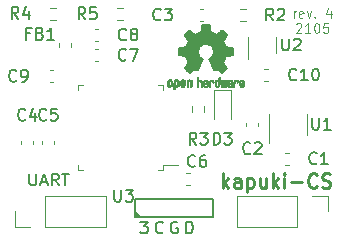
<source format=gbr>
G04 #@! TF.GenerationSoftware,KiCad,Pcbnew,(5.1.5)-3*
G04 #@! TF.CreationDate,2021-02-05T10:45:09+01:00*
G04 #@! TF.ProjectId,kapuki-cursen-hw,6b617075-6b69-42d6-9375-7273656e2d68,rev?*
G04 #@! TF.SameCoordinates,Original*
G04 #@! TF.FileFunction,Legend,Top*
G04 #@! TF.FilePolarity,Positive*
%FSLAX46Y46*%
G04 Gerber Fmt 4.6, Leading zero omitted, Abs format (unit mm)*
G04 Created by KiCad (PCBNEW (5.1.5)-3) date 2021-02-05 10:45:09*
%MOMM*%
%LPD*%
G04 APERTURE LIST*
%ADD10C,0.100000*%
%ADD11C,0.150000*%
%ADD12C,0.250000*%
%ADD13C,0.010000*%
%ADD14C,0.120000*%
G04 APERTURE END LIST*
D10*
X145186571Y-75584095D02*
X145224666Y-75546000D01*
X145300857Y-75507904D01*
X145491333Y-75507904D01*
X145567523Y-75546000D01*
X145605619Y-75584095D01*
X145643714Y-75660285D01*
X145643714Y-75736476D01*
X145605619Y-75850761D01*
X145148476Y-76307904D01*
X145643714Y-76307904D01*
X146405619Y-76307904D02*
X145948476Y-76307904D01*
X146177047Y-76307904D02*
X146177047Y-75507904D01*
X146100857Y-75622190D01*
X146024666Y-75698380D01*
X145948476Y-75736476D01*
X146900857Y-75507904D02*
X146977047Y-75507904D01*
X147053238Y-75546000D01*
X147091333Y-75584095D01*
X147129428Y-75660285D01*
X147167523Y-75812666D01*
X147167523Y-76003142D01*
X147129428Y-76155523D01*
X147091333Y-76231714D01*
X147053238Y-76269809D01*
X146977047Y-76307904D01*
X146900857Y-76307904D01*
X146824666Y-76269809D01*
X146786571Y-76231714D01*
X146748476Y-76155523D01*
X146710380Y-76003142D01*
X146710380Y-75812666D01*
X146748476Y-75660285D01*
X146786571Y-75584095D01*
X146824666Y-75546000D01*
X146900857Y-75507904D01*
X147891333Y-75507904D02*
X147510380Y-75507904D01*
X147472285Y-75888857D01*
X147510380Y-75850761D01*
X147586571Y-75812666D01*
X147777047Y-75812666D01*
X147853238Y-75850761D01*
X147891333Y-75888857D01*
X147929428Y-75965047D01*
X147929428Y-76155523D01*
X147891333Y-76231714D01*
X147853238Y-76269809D01*
X147777047Y-76307904D01*
X147586571Y-76307904D01*
X147510380Y-76269809D01*
X147472285Y-76231714D01*
X144977047Y-75037904D02*
X144977047Y-74504571D01*
X144977047Y-74656952D02*
X145015142Y-74580761D01*
X145053238Y-74542666D01*
X145129428Y-74504571D01*
X145205619Y-74504571D01*
X145777047Y-74999809D02*
X145700857Y-75037904D01*
X145548476Y-75037904D01*
X145472285Y-74999809D01*
X145434190Y-74923619D01*
X145434190Y-74618857D01*
X145472285Y-74542666D01*
X145548476Y-74504571D01*
X145700857Y-74504571D01*
X145777047Y-74542666D01*
X145815142Y-74618857D01*
X145815142Y-74695047D01*
X145434190Y-74771238D01*
X146081809Y-74504571D02*
X146272285Y-75037904D01*
X146462761Y-74504571D01*
X146767523Y-74961714D02*
X146805619Y-74999809D01*
X146767523Y-75037904D01*
X146729428Y-74999809D01*
X146767523Y-74961714D01*
X146767523Y-75037904D01*
X148100857Y-74504571D02*
X148100857Y-75037904D01*
X147910380Y-74199809D02*
X147719904Y-74771238D01*
X148215142Y-74771238D01*
D11*
X135882095Y-93314780D02*
X135882095Y-92314780D01*
X136120190Y-92314780D01*
X136263047Y-92362400D01*
X136358285Y-92457638D01*
X136405904Y-92552876D01*
X136453523Y-92743352D01*
X136453523Y-92886209D01*
X136405904Y-93076685D01*
X136358285Y-93171923D01*
X136263047Y-93267161D01*
X136120190Y-93314780D01*
X135882095Y-93314780D01*
X135135904Y-92362400D02*
X135040666Y-92314780D01*
X134897809Y-92314780D01*
X134754952Y-92362400D01*
X134659714Y-92457638D01*
X134612095Y-92552876D01*
X134564476Y-92743352D01*
X134564476Y-92886209D01*
X134612095Y-93076685D01*
X134659714Y-93171923D01*
X134754952Y-93267161D01*
X134897809Y-93314780D01*
X134993047Y-93314780D01*
X135135904Y-93267161D01*
X135183523Y-93219542D01*
X135183523Y-92886209D01*
X134993047Y-92886209D01*
X133913523Y-93219542D02*
X133865904Y-93267161D01*
X133723047Y-93314780D01*
X133627809Y-93314780D01*
X133484952Y-93267161D01*
X133389714Y-93171923D01*
X133342095Y-93076685D01*
X133294476Y-92886209D01*
X133294476Y-92743352D01*
X133342095Y-92552876D01*
X133389714Y-92457638D01*
X133484952Y-92362400D01*
X133627809Y-92314780D01*
X133723047Y-92314780D01*
X133865904Y-92362400D01*
X133913523Y-92410019D01*
X132000666Y-92314780D02*
X132619714Y-92314780D01*
X132286380Y-92695733D01*
X132429238Y-92695733D01*
X132524476Y-92743352D01*
X132572095Y-92790971D01*
X132619714Y-92886209D01*
X132619714Y-93124304D01*
X132572095Y-93219542D01*
X132524476Y-93267161D01*
X132429238Y-93314780D01*
X132143523Y-93314780D01*
X132048285Y-93267161D01*
X132000666Y-93219542D01*
X122610761Y-88250780D02*
X122610761Y-89060304D01*
X122658380Y-89155542D01*
X122706000Y-89203161D01*
X122801238Y-89250780D01*
X122991714Y-89250780D01*
X123086952Y-89203161D01*
X123134571Y-89155542D01*
X123182190Y-89060304D01*
X123182190Y-88250780D01*
X123610761Y-88965066D02*
X124086952Y-88965066D01*
X123515523Y-89250780D02*
X123848857Y-88250780D01*
X124182190Y-89250780D01*
X125086952Y-89250780D02*
X124753619Y-88774590D01*
X124515523Y-89250780D02*
X124515523Y-88250780D01*
X124896476Y-88250780D01*
X124991714Y-88298400D01*
X125039333Y-88346019D01*
X125086952Y-88441257D01*
X125086952Y-88584114D01*
X125039333Y-88679352D01*
X124991714Y-88726971D01*
X124896476Y-88774590D01*
X124515523Y-88774590D01*
X125372666Y-88250780D02*
X125944095Y-88250780D01*
X125658380Y-89250780D02*
X125658380Y-88250780D01*
D12*
X138995714Y-89442857D02*
X138995714Y-88242857D01*
X139110000Y-88985714D02*
X139452857Y-89442857D01*
X139452857Y-88642857D02*
X138995714Y-89100000D01*
X140481428Y-89442857D02*
X140481428Y-88814285D01*
X140424285Y-88700000D01*
X140310000Y-88642857D01*
X140081428Y-88642857D01*
X139967142Y-88700000D01*
X140481428Y-89385714D02*
X140367142Y-89442857D01*
X140081428Y-89442857D01*
X139967142Y-89385714D01*
X139910000Y-89271428D01*
X139910000Y-89157142D01*
X139967142Y-89042857D01*
X140081428Y-88985714D01*
X140367142Y-88985714D01*
X140481428Y-88928571D01*
X141052857Y-88642857D02*
X141052857Y-89842857D01*
X141052857Y-88700000D02*
X141167142Y-88642857D01*
X141395714Y-88642857D01*
X141510000Y-88700000D01*
X141567142Y-88757142D01*
X141624285Y-88871428D01*
X141624285Y-89214285D01*
X141567142Y-89328571D01*
X141510000Y-89385714D01*
X141395714Y-89442857D01*
X141167142Y-89442857D01*
X141052857Y-89385714D01*
X142652857Y-88642857D02*
X142652857Y-89442857D01*
X142138571Y-88642857D02*
X142138571Y-89271428D01*
X142195714Y-89385714D01*
X142310000Y-89442857D01*
X142481428Y-89442857D01*
X142595714Y-89385714D01*
X142652857Y-89328571D01*
X143224285Y-89442857D02*
X143224285Y-88242857D01*
X143338571Y-88985714D02*
X143681428Y-89442857D01*
X143681428Y-88642857D02*
X143224285Y-89100000D01*
X144195714Y-89442857D02*
X144195714Y-88642857D01*
X144195714Y-88242857D02*
X144138571Y-88300000D01*
X144195714Y-88357142D01*
X144252857Y-88300000D01*
X144195714Y-88242857D01*
X144195714Y-88357142D01*
X144767142Y-88985714D02*
X145681428Y-88985714D01*
X146938571Y-89328571D02*
X146881428Y-89385714D01*
X146710000Y-89442857D01*
X146595714Y-89442857D01*
X146424285Y-89385714D01*
X146310000Y-89271428D01*
X146252857Y-89157142D01*
X146195714Y-88928571D01*
X146195714Y-88757142D01*
X146252857Y-88528571D01*
X146310000Y-88414285D01*
X146424285Y-88300000D01*
X146595714Y-88242857D01*
X146710000Y-88242857D01*
X146881428Y-88300000D01*
X146938571Y-88357142D01*
X147395714Y-89385714D02*
X147567142Y-89442857D01*
X147852857Y-89442857D01*
X147967142Y-89385714D01*
X148024285Y-89328571D01*
X148081428Y-89214285D01*
X148081428Y-89100000D01*
X148024285Y-88985714D01*
X147967142Y-88928571D01*
X147852857Y-88871428D01*
X147624285Y-88814285D01*
X147510000Y-88757142D01*
X147452857Y-88700000D01*
X147395714Y-88585714D01*
X147395714Y-88471428D01*
X147452857Y-88357142D01*
X147510000Y-88300000D01*
X147624285Y-88242857D01*
X147910000Y-88242857D01*
X148081428Y-88300000D01*
D13*
G36*
X137619510Y-75601348D02*
G01*
X137698054Y-75601778D01*
X137754898Y-75602942D01*
X137793705Y-75605207D01*
X137818138Y-75608940D01*
X137831862Y-75614506D01*
X137838540Y-75622273D01*
X137841836Y-75632605D01*
X137842156Y-75633943D01*
X137847162Y-75658079D01*
X137856429Y-75705701D01*
X137868992Y-75771741D01*
X137883887Y-75851128D01*
X137900151Y-75938796D01*
X137900719Y-75941875D01*
X137917010Y-76027789D01*
X137932252Y-76103696D01*
X137945461Y-76165045D01*
X137955654Y-76207282D01*
X137961848Y-76225855D01*
X137962143Y-76226184D01*
X137980388Y-76235253D01*
X138018005Y-76250367D01*
X138066871Y-76268262D01*
X138067143Y-76268358D01*
X138128693Y-76291493D01*
X138201257Y-76320965D01*
X138269657Y-76350597D01*
X138272894Y-76352062D01*
X138384302Y-76402626D01*
X138630999Y-76234160D01*
X138706677Y-76182803D01*
X138775231Y-76136889D01*
X138832688Y-76099030D01*
X138875076Y-76071837D01*
X138898425Y-76057921D01*
X138900642Y-76056889D01*
X138917610Y-76061484D01*
X138949301Y-76083655D01*
X138996952Y-76124447D01*
X139061798Y-76184905D01*
X139127997Y-76249227D01*
X139191814Y-76312612D01*
X139248929Y-76370451D01*
X139295905Y-76419175D01*
X139329303Y-76455210D01*
X139345685Y-76474984D01*
X139346294Y-76476002D01*
X139348105Y-76489572D01*
X139341283Y-76511733D01*
X139324140Y-76545478D01*
X139294993Y-76593800D01*
X139252155Y-76659692D01*
X139195048Y-76744517D01*
X139144366Y-76819177D01*
X139099061Y-76886140D01*
X139061750Y-76941516D01*
X139035052Y-76981420D01*
X139021585Y-77001962D01*
X139020737Y-77003356D01*
X139022381Y-77023038D01*
X139034845Y-77061293D01*
X139055648Y-77110889D01*
X139063062Y-77126728D01*
X139095414Y-77197290D01*
X139129928Y-77277353D01*
X139157965Y-77346629D01*
X139178168Y-77398045D01*
X139194215Y-77437119D01*
X139203488Y-77457541D01*
X139204641Y-77459114D01*
X139221696Y-77461721D01*
X139261898Y-77468863D01*
X139319902Y-77479523D01*
X139390363Y-77492685D01*
X139467935Y-77507333D01*
X139547272Y-77522449D01*
X139623031Y-77537018D01*
X139689864Y-77550022D01*
X139742428Y-77560445D01*
X139775376Y-77567270D01*
X139783457Y-77569199D01*
X139791805Y-77573962D01*
X139798106Y-77584718D01*
X139802645Y-77605098D01*
X139805704Y-77638734D01*
X139807567Y-77689255D01*
X139808518Y-77760292D01*
X139808840Y-77855476D01*
X139808857Y-77894492D01*
X139808857Y-78211799D01*
X139732657Y-78226839D01*
X139690263Y-78234995D01*
X139627000Y-78246899D01*
X139550562Y-78261116D01*
X139468643Y-78276210D01*
X139446000Y-78280355D01*
X139370406Y-78295053D01*
X139304553Y-78309505D01*
X139253966Y-78322375D01*
X139224174Y-78332322D01*
X139219212Y-78335287D01*
X139207026Y-78356283D01*
X139189553Y-78396967D01*
X139170177Y-78449322D01*
X139166334Y-78460600D01*
X139140939Y-78530523D01*
X139109417Y-78609418D01*
X139078569Y-78680266D01*
X139078417Y-78680595D01*
X139027047Y-78791733D01*
X139195999Y-79040253D01*
X139364952Y-79288772D01*
X139148029Y-79506058D01*
X139082419Y-79570726D01*
X139022579Y-79627733D01*
X138971867Y-79674033D01*
X138933646Y-79706584D01*
X138911275Y-79722343D01*
X138908066Y-79723343D01*
X138889226Y-79715469D01*
X138850780Y-79693578D01*
X138796930Y-79660267D01*
X138731876Y-79618131D01*
X138661540Y-79570943D01*
X138590155Y-79522810D01*
X138526508Y-79480928D01*
X138474641Y-79447871D01*
X138438595Y-79426218D01*
X138422467Y-79418543D01*
X138402789Y-79425037D01*
X138365475Y-79442150D01*
X138318221Y-79466326D01*
X138313212Y-79469013D01*
X138249577Y-79500927D01*
X138205941Y-79516579D01*
X138178802Y-79516745D01*
X138164657Y-79502204D01*
X138164575Y-79502000D01*
X138157505Y-79484779D01*
X138140642Y-79443899D01*
X138115295Y-79382525D01*
X138082771Y-79303819D01*
X138044378Y-79210947D01*
X138001422Y-79107072D01*
X137959822Y-79006502D01*
X137914104Y-78895516D01*
X137872126Y-78792703D01*
X137835148Y-78701215D01*
X137804427Y-78624201D01*
X137781222Y-78564815D01*
X137766790Y-78526209D01*
X137762343Y-78511800D01*
X137773496Y-78495272D01*
X137802669Y-78468930D01*
X137841571Y-78439887D01*
X137952357Y-78348039D01*
X138038951Y-78242759D01*
X138100316Y-78126266D01*
X138135415Y-78000776D01*
X138143208Y-77868507D01*
X138137543Y-77807457D01*
X138106678Y-77680795D01*
X138053520Y-77568941D01*
X137981367Y-77473001D01*
X137893517Y-77394076D01*
X137793265Y-77333270D01*
X137683910Y-77291687D01*
X137568747Y-77270428D01*
X137451075Y-77270599D01*
X137334190Y-77293301D01*
X137221389Y-77339638D01*
X137115969Y-77410713D01*
X137071968Y-77450911D01*
X136987579Y-77554129D01*
X136928822Y-77666925D01*
X136895304Y-77786010D01*
X136886635Y-77908095D01*
X136902423Y-78029893D01*
X136942278Y-78148116D01*
X137005807Y-78259475D01*
X137092621Y-78360684D01*
X137189629Y-78439887D01*
X137230037Y-78470162D01*
X137258582Y-78496219D01*
X137268857Y-78511825D01*
X137263477Y-78528843D01*
X137248175Y-78569500D01*
X137224212Y-78630642D01*
X137192844Y-78709119D01*
X137155332Y-78801780D01*
X137112933Y-78905472D01*
X137071263Y-79006526D01*
X137025290Y-79117607D01*
X136982707Y-79220541D01*
X136944821Y-79312165D01*
X136912940Y-79389316D01*
X136888371Y-79448831D01*
X136872420Y-79487544D01*
X136866510Y-79502000D01*
X136852548Y-79516685D01*
X136825540Y-79516642D01*
X136782013Y-79501099D01*
X136718490Y-79469284D01*
X136717988Y-79469013D01*
X136670160Y-79444323D01*
X136631497Y-79426338D01*
X136609695Y-79418614D01*
X136608733Y-79418543D01*
X136592321Y-79426378D01*
X136556087Y-79448165D01*
X136504074Y-79481328D01*
X136440325Y-79523291D01*
X136369660Y-79570943D01*
X136297716Y-79619191D01*
X136232874Y-79661151D01*
X136179335Y-79694227D01*
X136141297Y-79715821D01*
X136123133Y-79723343D01*
X136106408Y-79713457D01*
X136072780Y-79685826D01*
X136025610Y-79643495D01*
X135968258Y-79589505D01*
X135904084Y-79526899D01*
X135883097Y-79505983D01*
X135666099Y-79288623D01*
X135831268Y-79046220D01*
X135881464Y-78971781D01*
X135925519Y-78904972D01*
X135960962Y-78849665D01*
X135985319Y-78809729D01*
X135996122Y-78789036D01*
X135996438Y-78787563D01*
X135990743Y-78768058D01*
X135975426Y-78728822D01*
X135953137Y-78676430D01*
X135937493Y-78641355D01*
X135908241Y-78574201D01*
X135880694Y-78506358D01*
X135859337Y-78449034D01*
X135853535Y-78431572D01*
X135837052Y-78384938D01*
X135820940Y-78348905D01*
X135812090Y-78335287D01*
X135792560Y-78326952D01*
X135749934Y-78315137D01*
X135689745Y-78301181D01*
X135617522Y-78286422D01*
X135585200Y-78280355D01*
X135503122Y-78265273D01*
X135424395Y-78250669D01*
X135356709Y-78237980D01*
X135307760Y-78228642D01*
X135298543Y-78226839D01*
X135222343Y-78211799D01*
X135222343Y-77894492D01*
X135222514Y-77790154D01*
X135223216Y-77711213D01*
X135224734Y-77654038D01*
X135227349Y-77614999D01*
X135231346Y-77590465D01*
X135237009Y-77576805D01*
X135244620Y-77570389D01*
X135247743Y-77569199D01*
X135266578Y-77564980D01*
X135308188Y-77556562D01*
X135367230Y-77544961D01*
X135438357Y-77531195D01*
X135516225Y-77516280D01*
X135595487Y-77501232D01*
X135670798Y-77487069D01*
X135736813Y-77474806D01*
X135788187Y-77465461D01*
X135819575Y-77460050D01*
X135826559Y-77459114D01*
X135832885Y-77446596D01*
X135846890Y-77413246D01*
X135865955Y-77365377D01*
X135873234Y-77346629D01*
X135902596Y-77274195D01*
X135937171Y-77194170D01*
X135968137Y-77126728D01*
X135990923Y-77075159D01*
X136006082Y-77032785D01*
X136011142Y-77006834D01*
X136010336Y-77003356D01*
X135999641Y-76986936D01*
X135975220Y-76950417D01*
X135939695Y-76897687D01*
X135895687Y-76832635D01*
X135845817Y-76759151D01*
X135835956Y-76744645D01*
X135778092Y-76658704D01*
X135735556Y-76593261D01*
X135706654Y-76545304D01*
X135689690Y-76511820D01*
X135682967Y-76489795D01*
X135684790Y-76476217D01*
X135684836Y-76476131D01*
X135699186Y-76458297D01*
X135730923Y-76423817D01*
X135776610Y-76376268D01*
X135832804Y-76319222D01*
X135896068Y-76256255D01*
X135903202Y-76249227D01*
X135982930Y-76172020D01*
X136044457Y-76115330D01*
X136089021Y-76078110D01*
X136117857Y-76059315D01*
X136130558Y-76056889D01*
X136149094Y-76067471D01*
X136187561Y-76091916D01*
X136241986Y-76127612D01*
X136308398Y-76171947D01*
X136382825Y-76222311D01*
X136400201Y-76234160D01*
X136646897Y-76402626D01*
X136758306Y-76352062D01*
X136826057Y-76322595D01*
X136898783Y-76292959D01*
X136961303Y-76269330D01*
X136964057Y-76268358D01*
X137012960Y-76250457D01*
X137050657Y-76235320D01*
X137069025Y-76226210D01*
X137069056Y-76226184D01*
X137074885Y-76209717D01*
X137084792Y-76169219D01*
X137097795Y-76109242D01*
X137112909Y-76034340D01*
X137129152Y-75949064D01*
X137130481Y-75941875D01*
X137146775Y-75854014D01*
X137161733Y-75774260D01*
X137174391Y-75707681D01*
X137183786Y-75659347D01*
X137188954Y-75634325D01*
X137189044Y-75633943D01*
X137192189Y-75623299D01*
X137198304Y-75615262D01*
X137211053Y-75609467D01*
X137234100Y-75605547D01*
X137271109Y-75603135D01*
X137325744Y-75601865D01*
X137401667Y-75601371D01*
X137502544Y-75601286D01*
X137515600Y-75601286D01*
X137619510Y-75601348D01*
G37*
X137619510Y-75601348D02*
X137698054Y-75601778D01*
X137754898Y-75602942D01*
X137793705Y-75605207D01*
X137818138Y-75608940D01*
X137831862Y-75614506D01*
X137838540Y-75622273D01*
X137841836Y-75632605D01*
X137842156Y-75633943D01*
X137847162Y-75658079D01*
X137856429Y-75705701D01*
X137868992Y-75771741D01*
X137883887Y-75851128D01*
X137900151Y-75938796D01*
X137900719Y-75941875D01*
X137917010Y-76027789D01*
X137932252Y-76103696D01*
X137945461Y-76165045D01*
X137955654Y-76207282D01*
X137961848Y-76225855D01*
X137962143Y-76226184D01*
X137980388Y-76235253D01*
X138018005Y-76250367D01*
X138066871Y-76268262D01*
X138067143Y-76268358D01*
X138128693Y-76291493D01*
X138201257Y-76320965D01*
X138269657Y-76350597D01*
X138272894Y-76352062D01*
X138384302Y-76402626D01*
X138630999Y-76234160D01*
X138706677Y-76182803D01*
X138775231Y-76136889D01*
X138832688Y-76099030D01*
X138875076Y-76071837D01*
X138898425Y-76057921D01*
X138900642Y-76056889D01*
X138917610Y-76061484D01*
X138949301Y-76083655D01*
X138996952Y-76124447D01*
X139061798Y-76184905D01*
X139127997Y-76249227D01*
X139191814Y-76312612D01*
X139248929Y-76370451D01*
X139295905Y-76419175D01*
X139329303Y-76455210D01*
X139345685Y-76474984D01*
X139346294Y-76476002D01*
X139348105Y-76489572D01*
X139341283Y-76511733D01*
X139324140Y-76545478D01*
X139294993Y-76593800D01*
X139252155Y-76659692D01*
X139195048Y-76744517D01*
X139144366Y-76819177D01*
X139099061Y-76886140D01*
X139061750Y-76941516D01*
X139035052Y-76981420D01*
X139021585Y-77001962D01*
X139020737Y-77003356D01*
X139022381Y-77023038D01*
X139034845Y-77061293D01*
X139055648Y-77110889D01*
X139063062Y-77126728D01*
X139095414Y-77197290D01*
X139129928Y-77277353D01*
X139157965Y-77346629D01*
X139178168Y-77398045D01*
X139194215Y-77437119D01*
X139203488Y-77457541D01*
X139204641Y-77459114D01*
X139221696Y-77461721D01*
X139261898Y-77468863D01*
X139319902Y-77479523D01*
X139390363Y-77492685D01*
X139467935Y-77507333D01*
X139547272Y-77522449D01*
X139623031Y-77537018D01*
X139689864Y-77550022D01*
X139742428Y-77560445D01*
X139775376Y-77567270D01*
X139783457Y-77569199D01*
X139791805Y-77573962D01*
X139798106Y-77584718D01*
X139802645Y-77605098D01*
X139805704Y-77638734D01*
X139807567Y-77689255D01*
X139808518Y-77760292D01*
X139808840Y-77855476D01*
X139808857Y-77894492D01*
X139808857Y-78211799D01*
X139732657Y-78226839D01*
X139690263Y-78234995D01*
X139627000Y-78246899D01*
X139550562Y-78261116D01*
X139468643Y-78276210D01*
X139446000Y-78280355D01*
X139370406Y-78295053D01*
X139304553Y-78309505D01*
X139253966Y-78322375D01*
X139224174Y-78332322D01*
X139219212Y-78335287D01*
X139207026Y-78356283D01*
X139189553Y-78396967D01*
X139170177Y-78449322D01*
X139166334Y-78460600D01*
X139140939Y-78530523D01*
X139109417Y-78609418D01*
X139078569Y-78680266D01*
X139078417Y-78680595D01*
X139027047Y-78791733D01*
X139195999Y-79040253D01*
X139364952Y-79288772D01*
X139148029Y-79506058D01*
X139082419Y-79570726D01*
X139022579Y-79627733D01*
X138971867Y-79674033D01*
X138933646Y-79706584D01*
X138911275Y-79722343D01*
X138908066Y-79723343D01*
X138889226Y-79715469D01*
X138850780Y-79693578D01*
X138796930Y-79660267D01*
X138731876Y-79618131D01*
X138661540Y-79570943D01*
X138590155Y-79522810D01*
X138526508Y-79480928D01*
X138474641Y-79447871D01*
X138438595Y-79426218D01*
X138422467Y-79418543D01*
X138402789Y-79425037D01*
X138365475Y-79442150D01*
X138318221Y-79466326D01*
X138313212Y-79469013D01*
X138249577Y-79500927D01*
X138205941Y-79516579D01*
X138178802Y-79516745D01*
X138164657Y-79502204D01*
X138164575Y-79502000D01*
X138157505Y-79484779D01*
X138140642Y-79443899D01*
X138115295Y-79382525D01*
X138082771Y-79303819D01*
X138044378Y-79210947D01*
X138001422Y-79107072D01*
X137959822Y-79006502D01*
X137914104Y-78895516D01*
X137872126Y-78792703D01*
X137835148Y-78701215D01*
X137804427Y-78624201D01*
X137781222Y-78564815D01*
X137766790Y-78526209D01*
X137762343Y-78511800D01*
X137773496Y-78495272D01*
X137802669Y-78468930D01*
X137841571Y-78439887D01*
X137952357Y-78348039D01*
X138038951Y-78242759D01*
X138100316Y-78126266D01*
X138135415Y-78000776D01*
X138143208Y-77868507D01*
X138137543Y-77807457D01*
X138106678Y-77680795D01*
X138053520Y-77568941D01*
X137981367Y-77473001D01*
X137893517Y-77394076D01*
X137793265Y-77333270D01*
X137683910Y-77291687D01*
X137568747Y-77270428D01*
X137451075Y-77270599D01*
X137334190Y-77293301D01*
X137221389Y-77339638D01*
X137115969Y-77410713D01*
X137071968Y-77450911D01*
X136987579Y-77554129D01*
X136928822Y-77666925D01*
X136895304Y-77786010D01*
X136886635Y-77908095D01*
X136902423Y-78029893D01*
X136942278Y-78148116D01*
X137005807Y-78259475D01*
X137092621Y-78360684D01*
X137189629Y-78439887D01*
X137230037Y-78470162D01*
X137258582Y-78496219D01*
X137268857Y-78511825D01*
X137263477Y-78528843D01*
X137248175Y-78569500D01*
X137224212Y-78630642D01*
X137192844Y-78709119D01*
X137155332Y-78801780D01*
X137112933Y-78905472D01*
X137071263Y-79006526D01*
X137025290Y-79117607D01*
X136982707Y-79220541D01*
X136944821Y-79312165D01*
X136912940Y-79389316D01*
X136888371Y-79448831D01*
X136872420Y-79487544D01*
X136866510Y-79502000D01*
X136852548Y-79516685D01*
X136825540Y-79516642D01*
X136782013Y-79501099D01*
X136718490Y-79469284D01*
X136717988Y-79469013D01*
X136670160Y-79444323D01*
X136631497Y-79426338D01*
X136609695Y-79418614D01*
X136608733Y-79418543D01*
X136592321Y-79426378D01*
X136556087Y-79448165D01*
X136504074Y-79481328D01*
X136440325Y-79523291D01*
X136369660Y-79570943D01*
X136297716Y-79619191D01*
X136232874Y-79661151D01*
X136179335Y-79694227D01*
X136141297Y-79715821D01*
X136123133Y-79723343D01*
X136106408Y-79713457D01*
X136072780Y-79685826D01*
X136025610Y-79643495D01*
X135968258Y-79589505D01*
X135904084Y-79526899D01*
X135883097Y-79505983D01*
X135666099Y-79288623D01*
X135831268Y-79046220D01*
X135881464Y-78971781D01*
X135925519Y-78904972D01*
X135960962Y-78849665D01*
X135985319Y-78809729D01*
X135996122Y-78789036D01*
X135996438Y-78787563D01*
X135990743Y-78768058D01*
X135975426Y-78728822D01*
X135953137Y-78676430D01*
X135937493Y-78641355D01*
X135908241Y-78574201D01*
X135880694Y-78506358D01*
X135859337Y-78449034D01*
X135853535Y-78431572D01*
X135837052Y-78384938D01*
X135820940Y-78348905D01*
X135812090Y-78335287D01*
X135792560Y-78326952D01*
X135749934Y-78315137D01*
X135689745Y-78301181D01*
X135617522Y-78286422D01*
X135585200Y-78280355D01*
X135503122Y-78265273D01*
X135424395Y-78250669D01*
X135356709Y-78237980D01*
X135307760Y-78228642D01*
X135298543Y-78226839D01*
X135222343Y-78211799D01*
X135222343Y-77894492D01*
X135222514Y-77790154D01*
X135223216Y-77711213D01*
X135224734Y-77654038D01*
X135227349Y-77614999D01*
X135231346Y-77590465D01*
X135237009Y-77576805D01*
X135244620Y-77570389D01*
X135247743Y-77569199D01*
X135266578Y-77564980D01*
X135308188Y-77556562D01*
X135367230Y-77544961D01*
X135438357Y-77531195D01*
X135516225Y-77516280D01*
X135595487Y-77501232D01*
X135670798Y-77487069D01*
X135736813Y-77474806D01*
X135788187Y-77465461D01*
X135819575Y-77460050D01*
X135826559Y-77459114D01*
X135832885Y-77446596D01*
X135846890Y-77413246D01*
X135865955Y-77365377D01*
X135873234Y-77346629D01*
X135902596Y-77274195D01*
X135937171Y-77194170D01*
X135968137Y-77126728D01*
X135990923Y-77075159D01*
X136006082Y-77032785D01*
X136011142Y-77006834D01*
X136010336Y-77003356D01*
X135999641Y-76986936D01*
X135975220Y-76950417D01*
X135939695Y-76897687D01*
X135895687Y-76832635D01*
X135845817Y-76759151D01*
X135835956Y-76744645D01*
X135778092Y-76658704D01*
X135735556Y-76593261D01*
X135706654Y-76545304D01*
X135689690Y-76511820D01*
X135682967Y-76489795D01*
X135684790Y-76476217D01*
X135684836Y-76476131D01*
X135699186Y-76458297D01*
X135730923Y-76423817D01*
X135776610Y-76376268D01*
X135832804Y-76319222D01*
X135896068Y-76256255D01*
X135903202Y-76249227D01*
X135982930Y-76172020D01*
X136044457Y-76115330D01*
X136089021Y-76078110D01*
X136117857Y-76059315D01*
X136130558Y-76056889D01*
X136149094Y-76067471D01*
X136187561Y-76091916D01*
X136241986Y-76127612D01*
X136308398Y-76171947D01*
X136382825Y-76222311D01*
X136400201Y-76234160D01*
X136646897Y-76402626D01*
X136758306Y-76352062D01*
X136826057Y-76322595D01*
X136898783Y-76292959D01*
X136961303Y-76269330D01*
X136964057Y-76268358D01*
X137012960Y-76250457D01*
X137050657Y-76235320D01*
X137069025Y-76226210D01*
X137069056Y-76226184D01*
X137074885Y-76209717D01*
X137084792Y-76169219D01*
X137097795Y-76109242D01*
X137112909Y-76034340D01*
X137129152Y-75949064D01*
X137130481Y-75941875D01*
X137146775Y-75854014D01*
X137161733Y-75774260D01*
X137174391Y-75707681D01*
X137183786Y-75659347D01*
X137188954Y-75634325D01*
X137189044Y-75633943D01*
X137192189Y-75623299D01*
X137198304Y-75615262D01*
X137211053Y-75609467D01*
X137234100Y-75605547D01*
X137271109Y-75603135D01*
X137325744Y-75601865D01*
X137401667Y-75601371D01*
X137502544Y-75601286D01*
X137515600Y-75601286D01*
X137619510Y-75601348D01*
G36*
X140669195Y-80325966D02*
G01*
X140726621Y-80363497D01*
X140754319Y-80397096D01*
X140776262Y-80458064D01*
X140778005Y-80506308D01*
X140774057Y-80570816D01*
X140625286Y-80635934D01*
X140552949Y-80669202D01*
X140505684Y-80695964D01*
X140481107Y-80719144D01*
X140476837Y-80741667D01*
X140490489Y-80766455D01*
X140505543Y-80782886D01*
X140549346Y-80809235D01*
X140596989Y-80811081D01*
X140640745Y-80790546D01*
X140672889Y-80749752D01*
X140678638Y-80735347D01*
X140706176Y-80690356D01*
X140737858Y-80671182D01*
X140781314Y-80654779D01*
X140781314Y-80716966D01*
X140777472Y-80759283D01*
X140762423Y-80794969D01*
X140730880Y-80835943D01*
X140726192Y-80841267D01*
X140691106Y-80877720D01*
X140660947Y-80897283D01*
X140623215Y-80906283D01*
X140591935Y-80909230D01*
X140535985Y-80909965D01*
X140496155Y-80900660D01*
X140471308Y-80886846D01*
X140432256Y-80856467D01*
X140405225Y-80823613D01*
X140388117Y-80782294D01*
X140378838Y-80726521D01*
X140375293Y-80650305D01*
X140375010Y-80611622D01*
X140375972Y-80565247D01*
X140463607Y-80565247D01*
X140464623Y-80590126D01*
X140467156Y-80594200D01*
X140483874Y-80588665D01*
X140519849Y-80574017D01*
X140567931Y-80553190D01*
X140577986Y-80548714D01*
X140638752Y-80517814D01*
X140672232Y-80490657D01*
X140679590Y-80465220D01*
X140661991Y-80439481D01*
X140647456Y-80428109D01*
X140595010Y-80405364D01*
X140545922Y-80409122D01*
X140504827Y-80436884D01*
X140476358Y-80486152D01*
X140467231Y-80525257D01*
X140463607Y-80565247D01*
X140375972Y-80565247D01*
X140376885Y-80521249D01*
X140383796Y-80454384D01*
X140397484Y-80405695D01*
X140419696Y-80369849D01*
X140452174Y-80341513D01*
X140466333Y-80332355D01*
X140530653Y-80308507D01*
X140601073Y-80307006D01*
X140669195Y-80325966D01*
G37*
X140669195Y-80325966D02*
X140726621Y-80363497D01*
X140754319Y-80397096D01*
X140776262Y-80458064D01*
X140778005Y-80506308D01*
X140774057Y-80570816D01*
X140625286Y-80635934D01*
X140552949Y-80669202D01*
X140505684Y-80695964D01*
X140481107Y-80719144D01*
X140476837Y-80741667D01*
X140490489Y-80766455D01*
X140505543Y-80782886D01*
X140549346Y-80809235D01*
X140596989Y-80811081D01*
X140640745Y-80790546D01*
X140672889Y-80749752D01*
X140678638Y-80735347D01*
X140706176Y-80690356D01*
X140737858Y-80671182D01*
X140781314Y-80654779D01*
X140781314Y-80716966D01*
X140777472Y-80759283D01*
X140762423Y-80794969D01*
X140730880Y-80835943D01*
X140726192Y-80841267D01*
X140691106Y-80877720D01*
X140660947Y-80897283D01*
X140623215Y-80906283D01*
X140591935Y-80909230D01*
X140535985Y-80909965D01*
X140496155Y-80900660D01*
X140471308Y-80886846D01*
X140432256Y-80856467D01*
X140405225Y-80823613D01*
X140388117Y-80782294D01*
X140378838Y-80726521D01*
X140375293Y-80650305D01*
X140375010Y-80611622D01*
X140375972Y-80565247D01*
X140463607Y-80565247D01*
X140464623Y-80590126D01*
X140467156Y-80594200D01*
X140483874Y-80588665D01*
X140519849Y-80574017D01*
X140567931Y-80553190D01*
X140577986Y-80548714D01*
X140638752Y-80517814D01*
X140672232Y-80490657D01*
X140679590Y-80465220D01*
X140661991Y-80439481D01*
X140647456Y-80428109D01*
X140595010Y-80405364D01*
X140545922Y-80409122D01*
X140504827Y-80436884D01*
X140476358Y-80486152D01*
X140467231Y-80525257D01*
X140463607Y-80565247D01*
X140375972Y-80565247D01*
X140376885Y-80521249D01*
X140383796Y-80454384D01*
X140397484Y-80405695D01*
X140419696Y-80369849D01*
X140452174Y-80341513D01*
X140466333Y-80332355D01*
X140530653Y-80308507D01*
X140601073Y-80307006D01*
X140669195Y-80325966D01*
G36*
X140168200Y-80317752D02*
G01*
X140185548Y-80325334D01*
X140226956Y-80358128D01*
X140262365Y-80405547D01*
X140284264Y-80456151D01*
X140287829Y-80481098D01*
X140275879Y-80515927D01*
X140249667Y-80534357D01*
X140221564Y-80545516D01*
X140208695Y-80547572D01*
X140202429Y-80532649D01*
X140190056Y-80500175D01*
X140184628Y-80485502D01*
X140154190Y-80434744D01*
X140110120Y-80409427D01*
X140053610Y-80410206D01*
X140049425Y-80411203D01*
X140019255Y-80425507D01*
X139997076Y-80453393D01*
X139981927Y-80498287D01*
X139972850Y-80563615D01*
X139968886Y-80652804D01*
X139968514Y-80700261D01*
X139968330Y-80775071D01*
X139967122Y-80826069D01*
X139963909Y-80858471D01*
X139957709Y-80877495D01*
X139947540Y-80888356D01*
X139932419Y-80896272D01*
X139931546Y-80896670D01*
X139902428Y-80908981D01*
X139888003Y-80913514D01*
X139885786Y-80899809D01*
X139883889Y-80861925D01*
X139882447Y-80804715D01*
X139881598Y-80733027D01*
X139881429Y-80680565D01*
X139882292Y-80579047D01*
X139885670Y-80502032D01*
X139892742Y-80445023D01*
X139904688Y-80403526D01*
X139922690Y-80373043D01*
X139947927Y-80349080D01*
X139972847Y-80332355D01*
X140032771Y-80310097D01*
X140102511Y-80305076D01*
X140168200Y-80317752D01*
G37*
X140168200Y-80317752D02*
X140185548Y-80325334D01*
X140226956Y-80358128D01*
X140262365Y-80405547D01*
X140284264Y-80456151D01*
X140287829Y-80481098D01*
X140275879Y-80515927D01*
X140249667Y-80534357D01*
X140221564Y-80545516D01*
X140208695Y-80547572D01*
X140202429Y-80532649D01*
X140190056Y-80500175D01*
X140184628Y-80485502D01*
X140154190Y-80434744D01*
X140110120Y-80409427D01*
X140053610Y-80410206D01*
X140049425Y-80411203D01*
X140019255Y-80425507D01*
X139997076Y-80453393D01*
X139981927Y-80498287D01*
X139972850Y-80563615D01*
X139968886Y-80652804D01*
X139968514Y-80700261D01*
X139968330Y-80775071D01*
X139967122Y-80826069D01*
X139963909Y-80858471D01*
X139957709Y-80877495D01*
X139947540Y-80888356D01*
X139932419Y-80896272D01*
X139931546Y-80896670D01*
X139902428Y-80908981D01*
X139888003Y-80913514D01*
X139885786Y-80899809D01*
X139883889Y-80861925D01*
X139882447Y-80804715D01*
X139881598Y-80733027D01*
X139881429Y-80680565D01*
X139882292Y-80579047D01*
X139885670Y-80502032D01*
X139892742Y-80445023D01*
X139904688Y-80403526D01*
X139922690Y-80373043D01*
X139947927Y-80349080D01*
X139972847Y-80332355D01*
X140032771Y-80310097D01*
X140102511Y-80305076D01*
X140168200Y-80317752D01*
G36*
X139660476Y-80315335D02*
G01*
X139702267Y-80334344D01*
X139735069Y-80357378D01*
X139759103Y-80383133D01*
X139775697Y-80416358D01*
X139786177Y-80461800D01*
X139791871Y-80524207D01*
X139794107Y-80608327D01*
X139794343Y-80663721D01*
X139794343Y-80879826D01*
X139757374Y-80896670D01*
X139728256Y-80908981D01*
X139713831Y-80913514D01*
X139711072Y-80900025D01*
X139708882Y-80863653D01*
X139707542Y-80810542D01*
X139707257Y-80768372D01*
X139706034Y-80707447D01*
X139702736Y-80659115D01*
X139697921Y-80629518D01*
X139694096Y-80623229D01*
X139668383Y-80629652D01*
X139628018Y-80646125D01*
X139581279Y-80668458D01*
X139536445Y-80692457D01*
X139501793Y-80713930D01*
X139485602Y-80728685D01*
X139485538Y-80728845D01*
X139486930Y-80756152D01*
X139499418Y-80782219D01*
X139521343Y-80803392D01*
X139553343Y-80810474D01*
X139580692Y-80809649D01*
X139619426Y-80809042D01*
X139639758Y-80818116D01*
X139651969Y-80842092D01*
X139653509Y-80846613D01*
X139658803Y-80880806D01*
X139644647Y-80901568D01*
X139607748Y-80911462D01*
X139567889Y-80913292D01*
X139496162Y-80899727D01*
X139459032Y-80880355D01*
X139413176Y-80834845D01*
X139388856Y-80778983D01*
X139386673Y-80719957D01*
X139407229Y-80664953D01*
X139438149Y-80630486D01*
X139469020Y-80611189D01*
X139517542Y-80586759D01*
X139574085Y-80561985D01*
X139583510Y-80558199D01*
X139645619Y-80530791D01*
X139681422Y-80506634D01*
X139692937Y-80482619D01*
X139682180Y-80455635D01*
X139663714Y-80434543D01*
X139620069Y-80408572D01*
X139572046Y-80406624D01*
X139528006Y-80426637D01*
X139496309Y-80466551D01*
X139492149Y-80476848D01*
X139467927Y-80514724D01*
X139432565Y-80542842D01*
X139387943Y-80565917D01*
X139387943Y-80500485D01*
X139390569Y-80460506D01*
X139401830Y-80428997D01*
X139426799Y-80395378D01*
X139450769Y-80369484D01*
X139488041Y-80332817D01*
X139517001Y-80313121D01*
X139548105Y-80305220D01*
X139583313Y-80303914D01*
X139660476Y-80315335D01*
G37*
X139660476Y-80315335D02*
X139702267Y-80334344D01*
X139735069Y-80357378D01*
X139759103Y-80383133D01*
X139775697Y-80416358D01*
X139786177Y-80461800D01*
X139791871Y-80524207D01*
X139794107Y-80608327D01*
X139794343Y-80663721D01*
X139794343Y-80879826D01*
X139757374Y-80896670D01*
X139728256Y-80908981D01*
X139713831Y-80913514D01*
X139711072Y-80900025D01*
X139708882Y-80863653D01*
X139707542Y-80810542D01*
X139707257Y-80768372D01*
X139706034Y-80707447D01*
X139702736Y-80659115D01*
X139697921Y-80629518D01*
X139694096Y-80623229D01*
X139668383Y-80629652D01*
X139628018Y-80646125D01*
X139581279Y-80668458D01*
X139536445Y-80692457D01*
X139501793Y-80713930D01*
X139485602Y-80728685D01*
X139485538Y-80728845D01*
X139486930Y-80756152D01*
X139499418Y-80782219D01*
X139521343Y-80803392D01*
X139553343Y-80810474D01*
X139580692Y-80809649D01*
X139619426Y-80809042D01*
X139639758Y-80818116D01*
X139651969Y-80842092D01*
X139653509Y-80846613D01*
X139658803Y-80880806D01*
X139644647Y-80901568D01*
X139607748Y-80911462D01*
X139567889Y-80913292D01*
X139496162Y-80899727D01*
X139459032Y-80880355D01*
X139413176Y-80834845D01*
X139388856Y-80778983D01*
X139386673Y-80719957D01*
X139407229Y-80664953D01*
X139438149Y-80630486D01*
X139469020Y-80611189D01*
X139517542Y-80586759D01*
X139574085Y-80561985D01*
X139583510Y-80558199D01*
X139645619Y-80530791D01*
X139681422Y-80506634D01*
X139692937Y-80482619D01*
X139682180Y-80455635D01*
X139663714Y-80434543D01*
X139620069Y-80408572D01*
X139572046Y-80406624D01*
X139528006Y-80426637D01*
X139496309Y-80466551D01*
X139492149Y-80476848D01*
X139467927Y-80514724D01*
X139432565Y-80542842D01*
X139387943Y-80565917D01*
X139387943Y-80500485D01*
X139390569Y-80460506D01*
X139401830Y-80428997D01*
X139426799Y-80395378D01*
X139450769Y-80369484D01*
X139488041Y-80332817D01*
X139517001Y-80313121D01*
X139548105Y-80305220D01*
X139583313Y-80303914D01*
X139660476Y-80315335D01*
G36*
X139295433Y-80317663D02*
G01*
X139297648Y-80355850D01*
X139299384Y-80413886D01*
X139300499Y-80487180D01*
X139300857Y-80564055D01*
X139300857Y-80824196D01*
X139254926Y-80870127D01*
X139223275Y-80898429D01*
X139195490Y-80909893D01*
X139157515Y-80909168D01*
X139142440Y-80907321D01*
X139095326Y-80901948D01*
X139056356Y-80898869D01*
X139046857Y-80898585D01*
X139014833Y-80900445D01*
X138969032Y-80905114D01*
X138951274Y-80907321D01*
X138907657Y-80910735D01*
X138878345Y-80903320D01*
X138849280Y-80880427D01*
X138838788Y-80870127D01*
X138792857Y-80824196D01*
X138792857Y-80337602D01*
X138829826Y-80320758D01*
X138861659Y-80308282D01*
X138880283Y-80303914D01*
X138885058Y-80317718D01*
X138889521Y-80356286D01*
X138893375Y-80415356D01*
X138896322Y-80490663D01*
X138897743Y-80554286D01*
X138901714Y-80804657D01*
X138936359Y-80809556D01*
X138967868Y-80806131D01*
X138983308Y-80795041D01*
X138987623Y-80774308D01*
X138991308Y-80730145D01*
X138994069Y-80668146D01*
X138995612Y-80593909D01*
X138995835Y-80555706D01*
X138996057Y-80335783D01*
X139041766Y-80319849D01*
X139074118Y-80309015D01*
X139091715Y-80303962D01*
X139092223Y-80303914D01*
X139093988Y-80317648D01*
X139095929Y-80355730D01*
X139097882Y-80413482D01*
X139099684Y-80486227D01*
X139100943Y-80554286D01*
X139104914Y-80804657D01*
X139192000Y-80804657D01*
X139195996Y-80576240D01*
X139199992Y-80347822D01*
X139242447Y-80325868D01*
X139273792Y-80310793D01*
X139292344Y-80303951D01*
X139292879Y-80303914D01*
X139295433Y-80317663D01*
G37*
X139295433Y-80317663D02*
X139297648Y-80355850D01*
X139299384Y-80413886D01*
X139300499Y-80487180D01*
X139300857Y-80564055D01*
X139300857Y-80824196D01*
X139254926Y-80870127D01*
X139223275Y-80898429D01*
X139195490Y-80909893D01*
X139157515Y-80909168D01*
X139142440Y-80907321D01*
X139095326Y-80901948D01*
X139056356Y-80898869D01*
X139046857Y-80898585D01*
X139014833Y-80900445D01*
X138969032Y-80905114D01*
X138951274Y-80907321D01*
X138907657Y-80910735D01*
X138878345Y-80903320D01*
X138849280Y-80880427D01*
X138838788Y-80870127D01*
X138792857Y-80824196D01*
X138792857Y-80337602D01*
X138829826Y-80320758D01*
X138861659Y-80308282D01*
X138880283Y-80303914D01*
X138885058Y-80317718D01*
X138889521Y-80356286D01*
X138893375Y-80415356D01*
X138896322Y-80490663D01*
X138897743Y-80554286D01*
X138901714Y-80804657D01*
X138936359Y-80809556D01*
X138967868Y-80806131D01*
X138983308Y-80795041D01*
X138987623Y-80774308D01*
X138991308Y-80730145D01*
X138994069Y-80668146D01*
X138995612Y-80593909D01*
X138995835Y-80555706D01*
X138996057Y-80335783D01*
X139041766Y-80319849D01*
X139074118Y-80309015D01*
X139091715Y-80303962D01*
X139092223Y-80303914D01*
X139093988Y-80317648D01*
X139095929Y-80355730D01*
X139097882Y-80413482D01*
X139099684Y-80486227D01*
X139100943Y-80554286D01*
X139104914Y-80804657D01*
X139192000Y-80804657D01*
X139195996Y-80576240D01*
X139199992Y-80347822D01*
X139242447Y-80325868D01*
X139273792Y-80310793D01*
X139292344Y-80303951D01*
X139292879Y-80303914D01*
X139295433Y-80317663D01*
G36*
X138705717Y-80424358D02*
G01*
X138705533Y-80532837D01*
X138704819Y-80616287D01*
X138703275Y-80678704D01*
X138700601Y-80724085D01*
X138696494Y-80756429D01*
X138690655Y-80779733D01*
X138682782Y-80797995D01*
X138676821Y-80808418D01*
X138627455Y-80864945D01*
X138564864Y-80900377D01*
X138495613Y-80913090D01*
X138426268Y-80901463D01*
X138384975Y-80880568D01*
X138341625Y-80844422D01*
X138312081Y-80800276D01*
X138294255Y-80742462D01*
X138286063Y-80665313D01*
X138284902Y-80608714D01*
X138285058Y-80604647D01*
X138386457Y-80604647D01*
X138387076Y-80669550D01*
X138389914Y-80712514D01*
X138396440Y-80740622D01*
X138408123Y-80760953D01*
X138422083Y-80776288D01*
X138468965Y-80805890D01*
X138519301Y-80808419D01*
X138566876Y-80783705D01*
X138570579Y-80780356D01*
X138586383Y-80762935D01*
X138596293Y-80742209D01*
X138601658Y-80711362D01*
X138603828Y-80663577D01*
X138604171Y-80610748D01*
X138603427Y-80544381D01*
X138600348Y-80500106D01*
X138593661Y-80471009D01*
X138582096Y-80450173D01*
X138572613Y-80439107D01*
X138528560Y-80411198D01*
X138477824Y-80407843D01*
X138429396Y-80429159D01*
X138420050Y-80437073D01*
X138404140Y-80454647D01*
X138394210Y-80475587D01*
X138388878Y-80506782D01*
X138386763Y-80555122D01*
X138386457Y-80604647D01*
X138285058Y-80604647D01*
X138288410Y-80517568D01*
X138300326Y-80449086D01*
X138322735Y-80397600D01*
X138357724Y-80357443D01*
X138384975Y-80336861D01*
X138434507Y-80314625D01*
X138491916Y-80304304D01*
X138545282Y-80307067D01*
X138575143Y-80318212D01*
X138586861Y-80321383D01*
X138594637Y-80309557D01*
X138600065Y-80277866D01*
X138604171Y-80229593D01*
X138608667Y-80175829D01*
X138614913Y-80143482D01*
X138626276Y-80124985D01*
X138646128Y-80112770D01*
X138658600Y-80107362D01*
X138705771Y-80087601D01*
X138705717Y-80424358D01*
G37*
X138705717Y-80424358D02*
X138705533Y-80532837D01*
X138704819Y-80616287D01*
X138703275Y-80678704D01*
X138700601Y-80724085D01*
X138696494Y-80756429D01*
X138690655Y-80779733D01*
X138682782Y-80797995D01*
X138676821Y-80808418D01*
X138627455Y-80864945D01*
X138564864Y-80900377D01*
X138495613Y-80913090D01*
X138426268Y-80901463D01*
X138384975Y-80880568D01*
X138341625Y-80844422D01*
X138312081Y-80800276D01*
X138294255Y-80742462D01*
X138286063Y-80665313D01*
X138284902Y-80608714D01*
X138285058Y-80604647D01*
X138386457Y-80604647D01*
X138387076Y-80669550D01*
X138389914Y-80712514D01*
X138396440Y-80740622D01*
X138408123Y-80760953D01*
X138422083Y-80776288D01*
X138468965Y-80805890D01*
X138519301Y-80808419D01*
X138566876Y-80783705D01*
X138570579Y-80780356D01*
X138586383Y-80762935D01*
X138596293Y-80742209D01*
X138601658Y-80711362D01*
X138603828Y-80663577D01*
X138604171Y-80610748D01*
X138603427Y-80544381D01*
X138600348Y-80500106D01*
X138593661Y-80471009D01*
X138582096Y-80450173D01*
X138572613Y-80439107D01*
X138528560Y-80411198D01*
X138477824Y-80407843D01*
X138429396Y-80429159D01*
X138420050Y-80437073D01*
X138404140Y-80454647D01*
X138394210Y-80475587D01*
X138388878Y-80506782D01*
X138386763Y-80555122D01*
X138386457Y-80604647D01*
X138285058Y-80604647D01*
X138288410Y-80517568D01*
X138300326Y-80449086D01*
X138322735Y-80397600D01*
X138357724Y-80357443D01*
X138384975Y-80336861D01*
X138434507Y-80314625D01*
X138491916Y-80304304D01*
X138545282Y-80307067D01*
X138575143Y-80318212D01*
X138586861Y-80321383D01*
X138594637Y-80309557D01*
X138600065Y-80277866D01*
X138604171Y-80229593D01*
X138608667Y-80175829D01*
X138614913Y-80143482D01*
X138626276Y-80124985D01*
X138646128Y-80112770D01*
X138658600Y-80107362D01*
X138705771Y-80087601D01*
X138705717Y-80424358D01*
G36*
X138045526Y-80308755D02*
G01*
X138111458Y-80333084D01*
X138164873Y-80376117D01*
X138185764Y-80406409D01*
X138208539Y-80461994D01*
X138208066Y-80502186D01*
X138184162Y-80529217D01*
X138175317Y-80533813D01*
X138137130Y-80548144D01*
X138117628Y-80544472D01*
X138111022Y-80520407D01*
X138110686Y-80507114D01*
X138098592Y-80458210D01*
X138067071Y-80423999D01*
X138023259Y-80407476D01*
X137974295Y-80411634D01*
X137934494Y-80433227D01*
X137921050Y-80445544D01*
X137911521Y-80460487D01*
X137905085Y-80483075D01*
X137900917Y-80518328D01*
X137898197Y-80571266D01*
X137896102Y-80646907D01*
X137895560Y-80670857D01*
X137893581Y-80752790D01*
X137891331Y-80810455D01*
X137887957Y-80848608D01*
X137882606Y-80872004D01*
X137874424Y-80885398D01*
X137862559Y-80893545D01*
X137854962Y-80897144D01*
X137822702Y-80909452D01*
X137803711Y-80913514D01*
X137797436Y-80899948D01*
X137793606Y-80858934D01*
X137792200Y-80789999D01*
X137793198Y-80692669D01*
X137793508Y-80677657D01*
X137795701Y-80588859D01*
X137798293Y-80524019D01*
X137801982Y-80478067D01*
X137807464Y-80445935D01*
X137815435Y-80422553D01*
X137826593Y-80402852D01*
X137832430Y-80394410D01*
X137865896Y-80357057D01*
X137903327Y-80328003D01*
X137907909Y-80325467D01*
X137975026Y-80305443D01*
X138045526Y-80308755D01*
G37*
X138045526Y-80308755D02*
X138111458Y-80333084D01*
X138164873Y-80376117D01*
X138185764Y-80406409D01*
X138208539Y-80461994D01*
X138208066Y-80502186D01*
X138184162Y-80529217D01*
X138175317Y-80533813D01*
X138137130Y-80548144D01*
X138117628Y-80544472D01*
X138111022Y-80520407D01*
X138110686Y-80507114D01*
X138098592Y-80458210D01*
X138067071Y-80423999D01*
X138023259Y-80407476D01*
X137974295Y-80411634D01*
X137934494Y-80433227D01*
X137921050Y-80445544D01*
X137911521Y-80460487D01*
X137905085Y-80483075D01*
X137900917Y-80518328D01*
X137898197Y-80571266D01*
X137896102Y-80646907D01*
X137895560Y-80670857D01*
X137893581Y-80752790D01*
X137891331Y-80810455D01*
X137887957Y-80848608D01*
X137882606Y-80872004D01*
X137874424Y-80885398D01*
X137862559Y-80893545D01*
X137854962Y-80897144D01*
X137822702Y-80909452D01*
X137803711Y-80913514D01*
X137797436Y-80899948D01*
X137793606Y-80858934D01*
X137792200Y-80789999D01*
X137793198Y-80692669D01*
X137793508Y-80677657D01*
X137795701Y-80588859D01*
X137798293Y-80524019D01*
X137801982Y-80478067D01*
X137807464Y-80445935D01*
X137815435Y-80422553D01*
X137826593Y-80402852D01*
X137832430Y-80394410D01*
X137865896Y-80357057D01*
X137903327Y-80328003D01*
X137907909Y-80325467D01*
X137975026Y-80305443D01*
X138045526Y-80308755D01*
G36*
X137555344Y-80309968D02*
G01*
X137612216Y-80331087D01*
X137612867Y-80331493D01*
X137648040Y-80357380D01*
X137674007Y-80387633D01*
X137692270Y-80427058D01*
X137704332Y-80480462D01*
X137711696Y-80552651D01*
X137715864Y-80648432D01*
X137716229Y-80662078D01*
X137721476Y-80867842D01*
X137677316Y-80890678D01*
X137645363Y-80906110D01*
X137626070Y-80913423D01*
X137625178Y-80913514D01*
X137621839Y-80900022D01*
X137619187Y-80863626D01*
X137617556Y-80810452D01*
X137617200Y-80767393D01*
X137617192Y-80697641D01*
X137614003Y-80653837D01*
X137602888Y-80632944D01*
X137579101Y-80631925D01*
X137537896Y-80647741D01*
X137475686Y-80676815D01*
X137429941Y-80700963D01*
X137406413Y-80721913D01*
X137399496Y-80744747D01*
X137399486Y-80745877D01*
X137410899Y-80785212D01*
X137444692Y-80806462D01*
X137496409Y-80809539D01*
X137533661Y-80809006D01*
X137553303Y-80819735D01*
X137565552Y-80845505D01*
X137572602Y-80878337D01*
X137562442Y-80896966D01*
X137558617Y-80899632D01*
X137522601Y-80910340D01*
X137472166Y-80911856D01*
X137420226Y-80904759D01*
X137383422Y-80891788D01*
X137332538Y-80848585D01*
X137303614Y-80788446D01*
X137297886Y-80741462D01*
X137302257Y-80699082D01*
X137318075Y-80664488D01*
X137349397Y-80633763D01*
X137400278Y-80602990D01*
X137474776Y-80568252D01*
X137479314Y-80566288D01*
X137546421Y-80535287D01*
X137587832Y-80509862D01*
X137605581Y-80487014D01*
X137601707Y-80463745D01*
X137578243Y-80437056D01*
X137571227Y-80430914D01*
X137524230Y-80407100D01*
X137475533Y-80408103D01*
X137433122Y-80431451D01*
X137404984Y-80474675D01*
X137402369Y-80483160D01*
X137376908Y-80524308D01*
X137344601Y-80544128D01*
X137297886Y-80563770D01*
X137297886Y-80512950D01*
X137312096Y-80439082D01*
X137354275Y-80371327D01*
X137376224Y-80348661D01*
X137426117Y-80319569D01*
X137489567Y-80306400D01*
X137555344Y-80309968D01*
G37*
X137555344Y-80309968D02*
X137612216Y-80331087D01*
X137612867Y-80331493D01*
X137648040Y-80357380D01*
X137674007Y-80387633D01*
X137692270Y-80427058D01*
X137704332Y-80480462D01*
X137711696Y-80552651D01*
X137715864Y-80648432D01*
X137716229Y-80662078D01*
X137721476Y-80867842D01*
X137677316Y-80890678D01*
X137645363Y-80906110D01*
X137626070Y-80913423D01*
X137625178Y-80913514D01*
X137621839Y-80900022D01*
X137619187Y-80863626D01*
X137617556Y-80810452D01*
X137617200Y-80767393D01*
X137617192Y-80697641D01*
X137614003Y-80653837D01*
X137602888Y-80632944D01*
X137579101Y-80631925D01*
X137537896Y-80647741D01*
X137475686Y-80676815D01*
X137429941Y-80700963D01*
X137406413Y-80721913D01*
X137399496Y-80744747D01*
X137399486Y-80745877D01*
X137410899Y-80785212D01*
X137444692Y-80806462D01*
X137496409Y-80809539D01*
X137533661Y-80809006D01*
X137553303Y-80819735D01*
X137565552Y-80845505D01*
X137572602Y-80878337D01*
X137562442Y-80896966D01*
X137558617Y-80899632D01*
X137522601Y-80910340D01*
X137472166Y-80911856D01*
X137420226Y-80904759D01*
X137383422Y-80891788D01*
X137332538Y-80848585D01*
X137303614Y-80788446D01*
X137297886Y-80741462D01*
X137302257Y-80699082D01*
X137318075Y-80664488D01*
X137349397Y-80633763D01*
X137400278Y-80602990D01*
X137474776Y-80568252D01*
X137479314Y-80566288D01*
X137546421Y-80535287D01*
X137587832Y-80509862D01*
X137605581Y-80487014D01*
X137601707Y-80463745D01*
X137578243Y-80437056D01*
X137571227Y-80430914D01*
X137524230Y-80407100D01*
X137475533Y-80408103D01*
X137433122Y-80431451D01*
X137404984Y-80474675D01*
X137402369Y-80483160D01*
X137376908Y-80524308D01*
X137344601Y-80544128D01*
X137297886Y-80563770D01*
X137297886Y-80512950D01*
X137312096Y-80439082D01*
X137354275Y-80371327D01*
X137376224Y-80348661D01*
X137426117Y-80319569D01*
X137489567Y-80306400D01*
X137555344Y-80309968D01*
G36*
X136891486Y-80210289D02*
G01*
X136895739Y-80269613D01*
X136900625Y-80304572D01*
X136907395Y-80319820D01*
X136917302Y-80320015D01*
X136920514Y-80318195D01*
X136963244Y-80305015D01*
X137018827Y-80305785D01*
X137075337Y-80319333D01*
X137110682Y-80336861D01*
X137146921Y-80364861D01*
X137173413Y-80396549D01*
X137191599Y-80436813D01*
X137202922Y-80490543D01*
X137208822Y-80562626D01*
X137210743Y-80657951D01*
X137210777Y-80676237D01*
X137210800Y-80881646D01*
X137165091Y-80897580D01*
X137132627Y-80908420D01*
X137114815Y-80913468D01*
X137114291Y-80913514D01*
X137112537Y-80899828D01*
X137111044Y-80862076D01*
X137109926Y-80805224D01*
X137109297Y-80734234D01*
X137109200Y-80691073D01*
X137108998Y-80605973D01*
X137107958Y-80544981D01*
X137105431Y-80503177D01*
X137100764Y-80475642D01*
X137093307Y-80457456D01*
X137082411Y-80443698D01*
X137075607Y-80437073D01*
X137028872Y-80410375D01*
X136977872Y-80408375D01*
X136931601Y-80430955D01*
X136923044Y-80439107D01*
X136910493Y-80454436D01*
X136901788Y-80472618D01*
X136896231Y-80498909D01*
X136893126Y-80538562D01*
X136891776Y-80596832D01*
X136891486Y-80677173D01*
X136891486Y-80881646D01*
X136845777Y-80897580D01*
X136813313Y-80908420D01*
X136795501Y-80913468D01*
X136794977Y-80913514D01*
X136793637Y-80899623D01*
X136792428Y-80860439D01*
X136791401Y-80799700D01*
X136790602Y-80721141D01*
X136790081Y-80628498D01*
X136789886Y-80525509D01*
X136789886Y-80128342D01*
X136837057Y-80108444D01*
X136884229Y-80088547D01*
X136891486Y-80210289D01*
G37*
X136891486Y-80210289D02*
X136895739Y-80269613D01*
X136900625Y-80304572D01*
X136907395Y-80319820D01*
X136917302Y-80320015D01*
X136920514Y-80318195D01*
X136963244Y-80305015D01*
X137018827Y-80305785D01*
X137075337Y-80319333D01*
X137110682Y-80336861D01*
X137146921Y-80364861D01*
X137173413Y-80396549D01*
X137191599Y-80436813D01*
X137202922Y-80490543D01*
X137208822Y-80562626D01*
X137210743Y-80657951D01*
X137210777Y-80676237D01*
X137210800Y-80881646D01*
X137165091Y-80897580D01*
X137132627Y-80908420D01*
X137114815Y-80913468D01*
X137114291Y-80913514D01*
X137112537Y-80899828D01*
X137111044Y-80862076D01*
X137109926Y-80805224D01*
X137109297Y-80734234D01*
X137109200Y-80691073D01*
X137108998Y-80605973D01*
X137107958Y-80544981D01*
X137105431Y-80503177D01*
X137100764Y-80475642D01*
X137093307Y-80457456D01*
X137082411Y-80443698D01*
X137075607Y-80437073D01*
X137028872Y-80410375D01*
X136977872Y-80408375D01*
X136931601Y-80430955D01*
X136923044Y-80439107D01*
X136910493Y-80454436D01*
X136901788Y-80472618D01*
X136896231Y-80498909D01*
X136893126Y-80538562D01*
X136891776Y-80596832D01*
X136891486Y-80677173D01*
X136891486Y-80881646D01*
X136845777Y-80897580D01*
X136813313Y-80908420D01*
X136795501Y-80913468D01*
X136794977Y-80913514D01*
X136793637Y-80899623D01*
X136792428Y-80860439D01*
X136791401Y-80799700D01*
X136790602Y-80721141D01*
X136790081Y-80628498D01*
X136789886Y-80525509D01*
X136789886Y-80128342D01*
X136837057Y-80108444D01*
X136884229Y-80088547D01*
X136891486Y-80210289D01*
G36*
X135683903Y-80290239D02*
G01*
X135741127Y-80328735D01*
X135785349Y-80384335D01*
X135811767Y-80455086D01*
X135817110Y-80507162D01*
X135816503Y-80528893D01*
X135811422Y-80545531D01*
X135797455Y-80560437D01*
X135770189Y-80576973D01*
X135725212Y-80598498D01*
X135658111Y-80628374D01*
X135657771Y-80628524D01*
X135596007Y-80656813D01*
X135545359Y-80681933D01*
X135511004Y-80701179D01*
X135498118Y-80711848D01*
X135498114Y-80711934D01*
X135509472Y-80735166D01*
X135536031Y-80760774D01*
X135566523Y-80779221D01*
X135581970Y-80782886D01*
X135624115Y-80770212D01*
X135660408Y-80738471D01*
X135678117Y-80703572D01*
X135695152Y-80677845D01*
X135728522Y-80648546D01*
X135767749Y-80623235D01*
X135802356Y-80609471D01*
X135809593Y-80608714D01*
X135817739Y-80621160D01*
X135818230Y-80652972D01*
X135812243Y-80695866D01*
X135800957Y-80741558D01*
X135785550Y-80781761D01*
X135784771Y-80783322D01*
X135738404Y-80848062D01*
X135678311Y-80892097D01*
X135610065Y-80913711D01*
X135539238Y-80911185D01*
X135471404Y-80882804D01*
X135468388Y-80880808D01*
X135415027Y-80832448D01*
X135379940Y-80769352D01*
X135360522Y-80686387D01*
X135357916Y-80663078D01*
X135353301Y-80553055D01*
X135358833Y-80501748D01*
X135498114Y-80501748D01*
X135499924Y-80533753D01*
X135509822Y-80543093D01*
X135534498Y-80536105D01*
X135573395Y-80519587D01*
X135616875Y-80498881D01*
X135617956Y-80498333D01*
X135654809Y-80478949D01*
X135669600Y-80466013D01*
X135665953Y-80452451D01*
X135650595Y-80434632D01*
X135611523Y-80408845D01*
X135569446Y-80406950D01*
X135531703Y-80425717D01*
X135505634Y-80461915D01*
X135498114Y-80501748D01*
X135358833Y-80501748D01*
X135362794Y-80465027D01*
X135387150Y-80395212D01*
X135421056Y-80346302D01*
X135482253Y-80296878D01*
X135549663Y-80272359D01*
X135618480Y-80270797D01*
X135683903Y-80290239D01*
G37*
X135683903Y-80290239D02*
X135741127Y-80328735D01*
X135785349Y-80384335D01*
X135811767Y-80455086D01*
X135817110Y-80507162D01*
X135816503Y-80528893D01*
X135811422Y-80545531D01*
X135797455Y-80560437D01*
X135770189Y-80576973D01*
X135725212Y-80598498D01*
X135658111Y-80628374D01*
X135657771Y-80628524D01*
X135596007Y-80656813D01*
X135545359Y-80681933D01*
X135511004Y-80701179D01*
X135498118Y-80711848D01*
X135498114Y-80711934D01*
X135509472Y-80735166D01*
X135536031Y-80760774D01*
X135566523Y-80779221D01*
X135581970Y-80782886D01*
X135624115Y-80770212D01*
X135660408Y-80738471D01*
X135678117Y-80703572D01*
X135695152Y-80677845D01*
X135728522Y-80648546D01*
X135767749Y-80623235D01*
X135802356Y-80609471D01*
X135809593Y-80608714D01*
X135817739Y-80621160D01*
X135818230Y-80652972D01*
X135812243Y-80695866D01*
X135800957Y-80741558D01*
X135785550Y-80781761D01*
X135784771Y-80783322D01*
X135738404Y-80848062D01*
X135678311Y-80892097D01*
X135610065Y-80913711D01*
X135539238Y-80911185D01*
X135471404Y-80882804D01*
X135468388Y-80880808D01*
X135415027Y-80832448D01*
X135379940Y-80769352D01*
X135360522Y-80686387D01*
X135357916Y-80663078D01*
X135353301Y-80553055D01*
X135358833Y-80501748D01*
X135498114Y-80501748D01*
X135499924Y-80533753D01*
X135509822Y-80543093D01*
X135534498Y-80536105D01*
X135573395Y-80519587D01*
X135616875Y-80498881D01*
X135617956Y-80498333D01*
X135654809Y-80478949D01*
X135669600Y-80466013D01*
X135665953Y-80452451D01*
X135650595Y-80434632D01*
X135611523Y-80408845D01*
X135569446Y-80406950D01*
X135531703Y-80425717D01*
X135505634Y-80461915D01*
X135498114Y-80501748D01*
X135358833Y-80501748D01*
X135362794Y-80465027D01*
X135387150Y-80395212D01*
X135421056Y-80346302D01*
X135482253Y-80296878D01*
X135549663Y-80272359D01*
X135618480Y-80270797D01*
X135683903Y-80290239D01*
G36*
X134556715Y-80280962D02*
G01*
X134624745Y-80316733D01*
X134674951Y-80374301D01*
X134692785Y-80411312D01*
X134706663Y-80466882D01*
X134713767Y-80537096D01*
X134714440Y-80613727D01*
X134709027Y-80688552D01*
X134697870Y-80753342D01*
X134681314Y-80799873D01*
X134676226Y-80807887D01*
X134615955Y-80867707D01*
X134544369Y-80903535D01*
X134466692Y-80914020D01*
X134388148Y-80897810D01*
X134366289Y-80888092D01*
X134323722Y-80858143D01*
X134286363Y-80818433D01*
X134282832Y-80813397D01*
X134268481Y-80789124D01*
X134258994Y-80763178D01*
X134253390Y-80729022D01*
X134250686Y-80680119D01*
X134249899Y-80609935D01*
X134249886Y-80594200D01*
X134249922Y-80589192D01*
X134395029Y-80589192D01*
X134395873Y-80655430D01*
X134399196Y-80699386D01*
X134406183Y-80727779D01*
X134418016Y-80747325D01*
X134424057Y-80753857D01*
X134458786Y-80778680D01*
X134492503Y-80777548D01*
X134526595Y-80756016D01*
X134546929Y-80733029D01*
X134558971Y-80699478D01*
X134565734Y-80646569D01*
X134566198Y-80640399D01*
X134567352Y-80544513D01*
X134555288Y-80473299D01*
X134530170Y-80427194D01*
X134492160Y-80406635D01*
X134478592Y-80405514D01*
X134442964Y-80411152D01*
X134418594Y-80430686D01*
X134403693Y-80468042D01*
X134396475Y-80527150D01*
X134395029Y-80589192D01*
X134249922Y-80589192D01*
X134250426Y-80519413D01*
X134252696Y-80467159D01*
X134257668Y-80430949D01*
X134266313Y-80404299D01*
X134279605Y-80380722D01*
X134282543Y-80376338D01*
X134331913Y-80317249D01*
X134385709Y-80282947D01*
X134451202Y-80269331D01*
X134473442Y-80268665D01*
X134556715Y-80280962D01*
G37*
X134556715Y-80280962D02*
X134624745Y-80316733D01*
X134674951Y-80374301D01*
X134692785Y-80411312D01*
X134706663Y-80466882D01*
X134713767Y-80537096D01*
X134714440Y-80613727D01*
X134709027Y-80688552D01*
X134697870Y-80753342D01*
X134681314Y-80799873D01*
X134676226Y-80807887D01*
X134615955Y-80867707D01*
X134544369Y-80903535D01*
X134466692Y-80914020D01*
X134388148Y-80897810D01*
X134366289Y-80888092D01*
X134323722Y-80858143D01*
X134286363Y-80818433D01*
X134282832Y-80813397D01*
X134268481Y-80789124D01*
X134258994Y-80763178D01*
X134253390Y-80729022D01*
X134250686Y-80680119D01*
X134249899Y-80609935D01*
X134249886Y-80594200D01*
X134249922Y-80589192D01*
X134395029Y-80589192D01*
X134395873Y-80655430D01*
X134399196Y-80699386D01*
X134406183Y-80727779D01*
X134418016Y-80747325D01*
X134424057Y-80753857D01*
X134458786Y-80778680D01*
X134492503Y-80777548D01*
X134526595Y-80756016D01*
X134546929Y-80733029D01*
X134558971Y-80699478D01*
X134565734Y-80646569D01*
X134566198Y-80640399D01*
X134567352Y-80544513D01*
X134555288Y-80473299D01*
X134530170Y-80427194D01*
X134492160Y-80406635D01*
X134478592Y-80405514D01*
X134442964Y-80411152D01*
X134418594Y-80430686D01*
X134403693Y-80468042D01*
X134396475Y-80527150D01*
X134395029Y-80589192D01*
X134249922Y-80589192D01*
X134250426Y-80519413D01*
X134252696Y-80467159D01*
X134257668Y-80430949D01*
X134266313Y-80404299D01*
X134279605Y-80380722D01*
X134282543Y-80376338D01*
X134331913Y-80317249D01*
X134385709Y-80282947D01*
X134451202Y-80269331D01*
X134473442Y-80268665D01*
X134556715Y-80280962D01*
G36*
X136231693Y-80286780D02*
G01*
X136278272Y-80313723D01*
X136310657Y-80340466D01*
X136334342Y-80368484D01*
X136350659Y-80402748D01*
X136360939Y-80448227D01*
X136366514Y-80509892D01*
X136368716Y-80592711D01*
X136368971Y-80652246D01*
X136368971Y-80871391D01*
X136307286Y-80899044D01*
X136245600Y-80926697D01*
X136238343Y-80686670D01*
X136235344Y-80597028D01*
X136232198Y-80531962D01*
X136228301Y-80487026D01*
X136223047Y-80457770D01*
X136215831Y-80439748D01*
X136206050Y-80428511D01*
X136202912Y-80426079D01*
X136155361Y-80407083D01*
X136107297Y-80414600D01*
X136078686Y-80434543D01*
X136067047Y-80448675D01*
X136058991Y-80467220D01*
X136053871Y-80495334D01*
X136051041Y-80538173D01*
X136049856Y-80600895D01*
X136049657Y-80666261D01*
X136049618Y-80748268D01*
X136048214Y-80806316D01*
X136043514Y-80845465D01*
X136033587Y-80870780D01*
X136016503Y-80887323D01*
X135990332Y-80900156D01*
X135955375Y-80913491D01*
X135917196Y-80928007D01*
X135921741Y-80670389D01*
X135923571Y-80577519D01*
X135925712Y-80508889D01*
X135928781Y-80459711D01*
X135933394Y-80425198D01*
X135940168Y-80400562D01*
X135949719Y-80381016D01*
X135961234Y-80363770D01*
X136016790Y-80308680D01*
X136084580Y-80276822D01*
X136158313Y-80269191D01*
X136231693Y-80286780D01*
G37*
X136231693Y-80286780D02*
X136278272Y-80313723D01*
X136310657Y-80340466D01*
X136334342Y-80368484D01*
X136350659Y-80402748D01*
X136360939Y-80448227D01*
X136366514Y-80509892D01*
X136368716Y-80592711D01*
X136368971Y-80652246D01*
X136368971Y-80871391D01*
X136307286Y-80899044D01*
X136245600Y-80926697D01*
X136238343Y-80686670D01*
X136235344Y-80597028D01*
X136232198Y-80531962D01*
X136228301Y-80487026D01*
X136223047Y-80457770D01*
X136215831Y-80439748D01*
X136206050Y-80428511D01*
X136202912Y-80426079D01*
X136155361Y-80407083D01*
X136107297Y-80414600D01*
X136078686Y-80434543D01*
X136067047Y-80448675D01*
X136058991Y-80467220D01*
X136053871Y-80495334D01*
X136051041Y-80538173D01*
X136049856Y-80600895D01*
X136049657Y-80666261D01*
X136049618Y-80748268D01*
X136048214Y-80806316D01*
X136043514Y-80845465D01*
X136033587Y-80870780D01*
X136016503Y-80887323D01*
X135990332Y-80900156D01*
X135955375Y-80913491D01*
X135917196Y-80928007D01*
X135921741Y-80670389D01*
X135923571Y-80577519D01*
X135925712Y-80508889D01*
X135928781Y-80459711D01*
X135933394Y-80425198D01*
X135940168Y-80400562D01*
X135949719Y-80381016D01*
X135961234Y-80363770D01*
X136016790Y-80308680D01*
X136084580Y-80276822D01*
X136158313Y-80269191D01*
X136231693Y-80286780D01*
G36*
X135115344Y-80278918D02*
G01*
X135170801Y-80306568D01*
X135219748Y-80357480D01*
X135233229Y-80376338D01*
X135247914Y-80401015D01*
X135257442Y-80427816D01*
X135262893Y-80463587D01*
X135265347Y-80515169D01*
X135265886Y-80583267D01*
X135263452Y-80676588D01*
X135254994Y-80746657D01*
X135238774Y-80798931D01*
X135213054Y-80838869D01*
X135176097Y-80871929D01*
X135173382Y-80873886D01*
X135136960Y-80893908D01*
X135093102Y-80903815D01*
X135037324Y-80906257D01*
X134946648Y-80906257D01*
X134946610Y-80994283D01*
X134945766Y-81043308D01*
X134940624Y-81072065D01*
X134927187Y-81089311D01*
X134901458Y-81103808D01*
X134895279Y-81106769D01*
X134866364Y-81120648D01*
X134843976Y-81129414D01*
X134827329Y-81130171D01*
X134815636Y-81120023D01*
X134808110Y-81096073D01*
X134803966Y-81055426D01*
X134802415Y-80995186D01*
X134802671Y-80912455D01*
X134803949Y-80804339D01*
X134804348Y-80772000D01*
X134805785Y-80660524D01*
X134807072Y-80587603D01*
X134946571Y-80587603D01*
X134947355Y-80649499D01*
X134950840Y-80689997D01*
X134958724Y-80716708D01*
X134972705Y-80737244D01*
X134982197Y-80747260D01*
X135021004Y-80776567D01*
X135055363Y-80778952D01*
X135090816Y-80754750D01*
X135091714Y-80753857D01*
X135106139Y-80735153D01*
X135114913Y-80709732D01*
X135119339Y-80670584D01*
X135120718Y-80610697D01*
X135120743Y-80597430D01*
X135117412Y-80514901D01*
X135106569Y-80457691D01*
X135086940Y-80422766D01*
X135057250Y-80407094D01*
X135040091Y-80405514D01*
X134999366Y-80412926D01*
X134971432Y-80437330D01*
X134954617Y-80481980D01*
X134947250Y-80550130D01*
X134946571Y-80587603D01*
X134807072Y-80587603D01*
X134807308Y-80574245D01*
X134809277Y-80509333D01*
X134812050Y-80461958D01*
X134815988Y-80428290D01*
X134821449Y-80404498D01*
X134828792Y-80386753D01*
X134838377Y-80371224D01*
X134842487Y-80365381D01*
X134897005Y-80310185D01*
X134965936Y-80278890D01*
X135045672Y-80270165D01*
X135115344Y-80278918D01*
G37*
X135115344Y-80278918D02*
X135170801Y-80306568D01*
X135219748Y-80357480D01*
X135233229Y-80376338D01*
X135247914Y-80401015D01*
X135257442Y-80427816D01*
X135262893Y-80463587D01*
X135265347Y-80515169D01*
X135265886Y-80583267D01*
X135263452Y-80676588D01*
X135254994Y-80746657D01*
X135238774Y-80798931D01*
X135213054Y-80838869D01*
X135176097Y-80871929D01*
X135173382Y-80873886D01*
X135136960Y-80893908D01*
X135093102Y-80903815D01*
X135037324Y-80906257D01*
X134946648Y-80906257D01*
X134946610Y-80994283D01*
X134945766Y-81043308D01*
X134940624Y-81072065D01*
X134927187Y-81089311D01*
X134901458Y-81103808D01*
X134895279Y-81106769D01*
X134866364Y-81120648D01*
X134843976Y-81129414D01*
X134827329Y-81130171D01*
X134815636Y-81120023D01*
X134808110Y-81096073D01*
X134803966Y-81055426D01*
X134802415Y-80995186D01*
X134802671Y-80912455D01*
X134803949Y-80804339D01*
X134804348Y-80772000D01*
X134805785Y-80660524D01*
X134807072Y-80587603D01*
X134946571Y-80587603D01*
X134947355Y-80649499D01*
X134950840Y-80689997D01*
X134958724Y-80716708D01*
X134972705Y-80737244D01*
X134982197Y-80747260D01*
X135021004Y-80776567D01*
X135055363Y-80778952D01*
X135090816Y-80754750D01*
X135091714Y-80753857D01*
X135106139Y-80735153D01*
X135114913Y-80709732D01*
X135119339Y-80670584D01*
X135120718Y-80610697D01*
X135120743Y-80597430D01*
X135117412Y-80514901D01*
X135106569Y-80457691D01*
X135086940Y-80422766D01*
X135057250Y-80407094D01*
X135040091Y-80405514D01*
X134999366Y-80412926D01*
X134971432Y-80437330D01*
X134954617Y-80481980D01*
X134947250Y-80550130D01*
X134946571Y-80587603D01*
X134807072Y-80587603D01*
X134807308Y-80574245D01*
X134809277Y-80509333D01*
X134812050Y-80461958D01*
X134815988Y-80428290D01*
X134821449Y-80404498D01*
X134828792Y-80386753D01*
X134838377Y-80371224D01*
X134842487Y-80365381D01*
X134897005Y-80310185D01*
X134965936Y-80278890D01*
X135045672Y-80270165D01*
X135115344Y-80278918D01*
D14*
X121352000Y-92770000D02*
X121352000Y-91440000D01*
X122682000Y-92770000D02*
X121352000Y-92770000D01*
X123952000Y-92770000D02*
X123952000Y-90110000D01*
X123952000Y-90110000D02*
X129092000Y-90110000D01*
X123952000Y-92770000D02*
X129092000Y-92770000D01*
X129092000Y-92770000D02*
X129092000Y-90110000D01*
D11*
X131572000Y-90424000D02*
X138176000Y-90424000D01*
X138176000Y-90424000D02*
X138176000Y-91948000D01*
X138176000Y-91948000D02*
X131572000Y-91948000D01*
X131572000Y-91948000D02*
X131572000Y-90424000D01*
D10*
G36*
X132080000Y-91948000D02*
G01*
X131572000Y-91948000D01*
X131572000Y-91440000D01*
X132080000Y-91948000D01*
G37*
X132080000Y-91948000D02*
X131572000Y-91948000D01*
X131572000Y-91440000D01*
X132080000Y-91948000D01*
D14*
X142500133Y-80418400D02*
X142792667Y-80418400D01*
X142500133Y-79398400D02*
X142792667Y-79398400D01*
X133912000Y-87488000D02*
X135202000Y-87488000D01*
X133912000Y-87938000D02*
X133912000Y-87488000D01*
X133462000Y-87938000D02*
X133912000Y-87938000D01*
X126692000Y-87938000D02*
X126692000Y-87488000D01*
X127142000Y-87938000D02*
X126692000Y-87938000D01*
X133912000Y-80718000D02*
X133912000Y-81168000D01*
X133462000Y-80718000D02*
X133912000Y-80718000D01*
X126692000Y-80718000D02*
X126692000Y-81168000D01*
X127142000Y-80718000D02*
X126692000Y-80718000D01*
X143450800Y-78068400D02*
X143450800Y-76668400D01*
X141130800Y-76668400D02*
X141130800Y-78568400D01*
X130556724Y-74204300D02*
X130047276Y-74204300D01*
X130556724Y-75249300D02*
X130047276Y-75249300D01*
X124892524Y-74204300D02*
X124383076Y-74204300D01*
X124892524Y-75249300D02*
X124383076Y-75249300D01*
X137428500Y-83058724D02*
X137428500Y-82549276D01*
X136383500Y-83058724D02*
X136383500Y-82549276D01*
X140461276Y-75350900D02*
X140970724Y-75350900D01*
X140461276Y-74305900D02*
X140970724Y-74305900D01*
X125118400Y-77222533D02*
X125118400Y-77565067D01*
X126138400Y-77222533D02*
X126138400Y-77565067D01*
X138203000Y-81144000D02*
X138203000Y-83604000D01*
X139673000Y-81144000D02*
X138203000Y-81144000D01*
X139673000Y-83604000D02*
X139673000Y-81144000D01*
X124606267Y-79500000D02*
X124313733Y-79500000D01*
X124606267Y-80520000D02*
X124313733Y-80520000D01*
X128416267Y-76020200D02*
X128123733Y-76020200D01*
X128416267Y-77040200D02*
X128123733Y-77040200D01*
X128416267Y-77722000D02*
X128123733Y-77722000D01*
X128416267Y-78742000D02*
X128123733Y-78742000D01*
X135896133Y-89181400D02*
X136188667Y-89181400D01*
X135896133Y-88161400D02*
X136188667Y-88161400D01*
X124716000Y-85744267D02*
X124716000Y-85451733D01*
X123696000Y-85744267D02*
X123696000Y-85451733D01*
X122938000Y-85744267D02*
X122938000Y-85451733D01*
X121918000Y-85744267D02*
X121918000Y-85451733D01*
X137306267Y-74318400D02*
X137013733Y-74318400D01*
X137306267Y-75338400D02*
X137013733Y-75338400D01*
X140968000Y-83927733D02*
X140968000Y-84220267D01*
X141988000Y-83927733D02*
X141988000Y-84220267D01*
X144278133Y-87505000D02*
X144570667Y-87505000D01*
X144278133Y-86485000D02*
X144570667Y-86485000D01*
X147888000Y-90110000D02*
X147888000Y-91440000D01*
X146558000Y-90110000D02*
X147888000Y-90110000D01*
X145288000Y-90110000D02*
X145288000Y-92770000D01*
X145288000Y-92770000D02*
X140148000Y-92770000D01*
X145288000Y-90110000D02*
X140148000Y-90110000D01*
X140148000Y-90110000D02*
X140148000Y-92770000D01*
X146136000Y-84974000D02*
X146136000Y-83174000D01*
X142916000Y-83174000D02*
X142916000Y-85624000D01*
D11*
X145203942Y-80265542D02*
X145156323Y-80313161D01*
X145013466Y-80360780D01*
X144918228Y-80360780D01*
X144775371Y-80313161D01*
X144680133Y-80217923D01*
X144632514Y-80122685D01*
X144584895Y-79932209D01*
X144584895Y-79789352D01*
X144632514Y-79598876D01*
X144680133Y-79503638D01*
X144775371Y-79408400D01*
X144918228Y-79360780D01*
X145013466Y-79360780D01*
X145156323Y-79408400D01*
X145203942Y-79456019D01*
X146156323Y-80360780D02*
X145584895Y-80360780D01*
X145870609Y-80360780D02*
X145870609Y-79360780D01*
X145775371Y-79503638D01*
X145680133Y-79598876D01*
X145584895Y-79646495D01*
X146775371Y-79360780D02*
X146870609Y-79360780D01*
X146965847Y-79408400D01*
X147013466Y-79456019D01*
X147061085Y-79551257D01*
X147108704Y-79741733D01*
X147108704Y-79979828D01*
X147061085Y-80170304D01*
X147013466Y-80265542D01*
X146965847Y-80313161D01*
X146870609Y-80360780D01*
X146775371Y-80360780D01*
X146680133Y-80313161D01*
X146632514Y-80265542D01*
X146584895Y-80170304D01*
X146537276Y-79979828D01*
X146537276Y-79741733D01*
X146584895Y-79551257D01*
X146632514Y-79456019D01*
X146680133Y-79408400D01*
X146775371Y-79360780D01*
X129794095Y-89622380D02*
X129794095Y-90431904D01*
X129841714Y-90527142D01*
X129889333Y-90574761D01*
X129984571Y-90622380D01*
X130175047Y-90622380D01*
X130270285Y-90574761D01*
X130317904Y-90527142D01*
X130365523Y-90431904D01*
X130365523Y-89622380D01*
X130746476Y-89622380D02*
X131365523Y-89622380D01*
X131032190Y-90003333D01*
X131175047Y-90003333D01*
X131270285Y-90050952D01*
X131317904Y-90098571D01*
X131365523Y-90193809D01*
X131365523Y-90431904D01*
X131317904Y-90527142D01*
X131270285Y-90574761D01*
X131175047Y-90622380D01*
X130889333Y-90622380D01*
X130794095Y-90574761D01*
X130746476Y-90527142D01*
X143992695Y-76820780D02*
X143992695Y-77630304D01*
X144040314Y-77725542D01*
X144087933Y-77773161D01*
X144183171Y-77820780D01*
X144373647Y-77820780D01*
X144468885Y-77773161D01*
X144516504Y-77725542D01*
X144564123Y-77630304D01*
X144564123Y-76820780D01*
X144992695Y-76916019D02*
X145040314Y-76868400D01*
X145135552Y-76820780D01*
X145373647Y-76820780D01*
X145468885Y-76868400D01*
X145516504Y-76916019D01*
X145564123Y-77011257D01*
X145564123Y-77106495D01*
X145516504Y-77249352D01*
X144945076Y-77820780D01*
X145564123Y-77820780D01*
X127341333Y-75179180D02*
X127008000Y-74702990D01*
X126769904Y-75179180D02*
X126769904Y-74179180D01*
X127150857Y-74179180D01*
X127246095Y-74226800D01*
X127293714Y-74274419D01*
X127341333Y-74369657D01*
X127341333Y-74512514D01*
X127293714Y-74607752D01*
X127246095Y-74655371D01*
X127150857Y-74702990D01*
X126769904Y-74702990D01*
X128246095Y-74179180D02*
X127769904Y-74179180D01*
X127722285Y-74655371D01*
X127769904Y-74607752D01*
X127865142Y-74560133D01*
X128103238Y-74560133D01*
X128198476Y-74607752D01*
X128246095Y-74655371D01*
X128293714Y-74750609D01*
X128293714Y-74988704D01*
X128246095Y-75083942D01*
X128198476Y-75131561D01*
X128103238Y-75179180D01*
X127865142Y-75179180D01*
X127769904Y-75131561D01*
X127722285Y-75083942D01*
X121677133Y-75128380D02*
X121343800Y-74652190D01*
X121105704Y-75128380D02*
X121105704Y-74128380D01*
X121486657Y-74128380D01*
X121581895Y-74176000D01*
X121629514Y-74223619D01*
X121677133Y-74318857D01*
X121677133Y-74461714D01*
X121629514Y-74556952D01*
X121581895Y-74604571D01*
X121486657Y-74652190D01*
X121105704Y-74652190D01*
X122534276Y-74461714D02*
X122534276Y-75128380D01*
X122296180Y-74080761D02*
X122058085Y-74795047D01*
X122677133Y-74795047D01*
X136739333Y-85796380D02*
X136406000Y-85320190D01*
X136167904Y-85796380D02*
X136167904Y-84796380D01*
X136548857Y-84796380D01*
X136644095Y-84844000D01*
X136691714Y-84891619D01*
X136739333Y-84986857D01*
X136739333Y-85129714D01*
X136691714Y-85224952D01*
X136644095Y-85272571D01*
X136548857Y-85320190D01*
X136167904Y-85320190D01*
X137072666Y-84796380D02*
X137691714Y-84796380D01*
X137358380Y-85177333D01*
X137501238Y-85177333D01*
X137596476Y-85224952D01*
X137644095Y-85272571D01*
X137691714Y-85367809D01*
X137691714Y-85605904D01*
X137644095Y-85701142D01*
X137596476Y-85748761D01*
X137501238Y-85796380D01*
X137215523Y-85796380D01*
X137120285Y-85748761D01*
X137072666Y-85701142D01*
X143241733Y-75280780D02*
X142908400Y-74804590D01*
X142670304Y-75280780D02*
X142670304Y-74280780D01*
X143051257Y-74280780D01*
X143146495Y-74328400D01*
X143194114Y-74376019D01*
X143241733Y-74471257D01*
X143241733Y-74614114D01*
X143194114Y-74709352D01*
X143146495Y-74756971D01*
X143051257Y-74804590D01*
X142670304Y-74804590D01*
X143622685Y-74376019D02*
X143670304Y-74328400D01*
X143765542Y-74280780D01*
X144003638Y-74280780D01*
X144098876Y-74328400D01*
X144146495Y-74376019D01*
X144194114Y-74471257D01*
X144194114Y-74566495D01*
X144146495Y-74709352D01*
X143575066Y-75280780D01*
X144194114Y-75280780D01*
X122661466Y-76382571D02*
X122328133Y-76382571D01*
X122328133Y-76906380D02*
X122328133Y-75906380D01*
X122804323Y-75906380D01*
X123518609Y-76382571D02*
X123661466Y-76430190D01*
X123709085Y-76477809D01*
X123756704Y-76573047D01*
X123756704Y-76715904D01*
X123709085Y-76811142D01*
X123661466Y-76858761D01*
X123566228Y-76906380D01*
X123185276Y-76906380D01*
X123185276Y-75906380D01*
X123518609Y-75906380D01*
X123613847Y-75954000D01*
X123661466Y-76001619D01*
X123709085Y-76096857D01*
X123709085Y-76192095D01*
X123661466Y-76287333D01*
X123613847Y-76334952D01*
X123518609Y-76382571D01*
X123185276Y-76382571D01*
X124709085Y-76906380D02*
X124137657Y-76906380D01*
X124423371Y-76906380D02*
X124423371Y-75906380D01*
X124328133Y-76049238D01*
X124232895Y-76144476D01*
X124137657Y-76192095D01*
X138199904Y-85796380D02*
X138199904Y-84796380D01*
X138438000Y-84796380D01*
X138580857Y-84844000D01*
X138676095Y-84939238D01*
X138723714Y-85034476D01*
X138771333Y-85224952D01*
X138771333Y-85367809D01*
X138723714Y-85558285D01*
X138676095Y-85653523D01*
X138580857Y-85748761D01*
X138438000Y-85796380D01*
X138199904Y-85796380D01*
X139104666Y-84796380D02*
X139723714Y-84796380D01*
X139390380Y-85177333D01*
X139533238Y-85177333D01*
X139628476Y-85224952D01*
X139676095Y-85272571D01*
X139723714Y-85367809D01*
X139723714Y-85605904D01*
X139676095Y-85701142D01*
X139628476Y-85748761D01*
X139533238Y-85796380D01*
X139247523Y-85796380D01*
X139152285Y-85748761D01*
X139104666Y-85701142D01*
X121499333Y-80367142D02*
X121451714Y-80414761D01*
X121308857Y-80462380D01*
X121213619Y-80462380D01*
X121070761Y-80414761D01*
X120975523Y-80319523D01*
X120927904Y-80224285D01*
X120880285Y-80033809D01*
X120880285Y-79890952D01*
X120927904Y-79700476D01*
X120975523Y-79605238D01*
X121070761Y-79510000D01*
X121213619Y-79462380D01*
X121308857Y-79462380D01*
X121451714Y-79510000D01*
X121499333Y-79557619D01*
X121975523Y-80462380D02*
X122166000Y-80462380D01*
X122261238Y-80414761D01*
X122308857Y-80367142D01*
X122404095Y-80224285D01*
X122451714Y-80033809D01*
X122451714Y-79652857D01*
X122404095Y-79557619D01*
X122356476Y-79510000D01*
X122261238Y-79462380D01*
X122070761Y-79462380D01*
X121975523Y-79510000D01*
X121927904Y-79557619D01*
X121880285Y-79652857D01*
X121880285Y-79890952D01*
X121927904Y-79986190D01*
X121975523Y-80033809D01*
X122070761Y-80081428D01*
X122261238Y-80081428D01*
X122356476Y-80033809D01*
X122404095Y-79986190D01*
X122451714Y-79890952D01*
X130795733Y-76887342D02*
X130748114Y-76934961D01*
X130605257Y-76982580D01*
X130510019Y-76982580D01*
X130367161Y-76934961D01*
X130271923Y-76839723D01*
X130224304Y-76744485D01*
X130176685Y-76554009D01*
X130176685Y-76411152D01*
X130224304Y-76220676D01*
X130271923Y-76125438D01*
X130367161Y-76030200D01*
X130510019Y-75982580D01*
X130605257Y-75982580D01*
X130748114Y-76030200D01*
X130795733Y-76077819D01*
X131367161Y-76411152D02*
X131271923Y-76363533D01*
X131224304Y-76315914D01*
X131176685Y-76220676D01*
X131176685Y-76173057D01*
X131224304Y-76077819D01*
X131271923Y-76030200D01*
X131367161Y-75982580D01*
X131557638Y-75982580D01*
X131652876Y-76030200D01*
X131700495Y-76077819D01*
X131748114Y-76173057D01*
X131748114Y-76220676D01*
X131700495Y-76315914D01*
X131652876Y-76363533D01*
X131557638Y-76411152D01*
X131367161Y-76411152D01*
X131271923Y-76458771D01*
X131224304Y-76506390D01*
X131176685Y-76601628D01*
X131176685Y-76792104D01*
X131224304Y-76887342D01*
X131271923Y-76934961D01*
X131367161Y-76982580D01*
X131557638Y-76982580D01*
X131652876Y-76934961D01*
X131700495Y-76887342D01*
X131748114Y-76792104D01*
X131748114Y-76601628D01*
X131700495Y-76506390D01*
X131652876Y-76458771D01*
X131557638Y-76411152D01*
X130770333Y-78589142D02*
X130722714Y-78636761D01*
X130579857Y-78684380D01*
X130484619Y-78684380D01*
X130341761Y-78636761D01*
X130246523Y-78541523D01*
X130198904Y-78446285D01*
X130151285Y-78255809D01*
X130151285Y-78112952D01*
X130198904Y-77922476D01*
X130246523Y-77827238D01*
X130341761Y-77732000D01*
X130484619Y-77684380D01*
X130579857Y-77684380D01*
X130722714Y-77732000D01*
X130770333Y-77779619D01*
X131103666Y-77684380D02*
X131770333Y-77684380D01*
X131341761Y-78684380D01*
X136637733Y-87598542D02*
X136590114Y-87646161D01*
X136447257Y-87693780D01*
X136352019Y-87693780D01*
X136209161Y-87646161D01*
X136113923Y-87550923D01*
X136066304Y-87455685D01*
X136018685Y-87265209D01*
X136018685Y-87122352D01*
X136066304Y-86931876D01*
X136113923Y-86836638D01*
X136209161Y-86741400D01*
X136352019Y-86693780D01*
X136447257Y-86693780D01*
X136590114Y-86741400D01*
X136637733Y-86789019D01*
X137494876Y-86693780D02*
X137304400Y-86693780D01*
X137209161Y-86741400D01*
X137161542Y-86789019D01*
X137066304Y-86931876D01*
X137018685Y-87122352D01*
X137018685Y-87503304D01*
X137066304Y-87598542D01*
X137113923Y-87646161D01*
X137209161Y-87693780D01*
X137399638Y-87693780D01*
X137494876Y-87646161D01*
X137542495Y-87598542D01*
X137590114Y-87503304D01*
X137590114Y-87265209D01*
X137542495Y-87169971D01*
X137494876Y-87122352D01*
X137399638Y-87074733D01*
X137209161Y-87074733D01*
X137113923Y-87122352D01*
X137066304Y-87169971D01*
X137018685Y-87265209D01*
X124039333Y-83669142D02*
X123991714Y-83716761D01*
X123848857Y-83764380D01*
X123753619Y-83764380D01*
X123610761Y-83716761D01*
X123515523Y-83621523D01*
X123467904Y-83526285D01*
X123420285Y-83335809D01*
X123420285Y-83192952D01*
X123467904Y-83002476D01*
X123515523Y-82907238D01*
X123610761Y-82812000D01*
X123753619Y-82764380D01*
X123848857Y-82764380D01*
X123991714Y-82812000D01*
X124039333Y-82859619D01*
X124944095Y-82764380D02*
X124467904Y-82764380D01*
X124420285Y-83240571D01*
X124467904Y-83192952D01*
X124563142Y-83145333D01*
X124801238Y-83145333D01*
X124896476Y-83192952D01*
X124944095Y-83240571D01*
X124991714Y-83335809D01*
X124991714Y-83573904D01*
X124944095Y-83669142D01*
X124896476Y-83716761D01*
X124801238Y-83764380D01*
X124563142Y-83764380D01*
X124467904Y-83716761D01*
X124420285Y-83669142D01*
X122261333Y-83669142D02*
X122213714Y-83716761D01*
X122070857Y-83764380D01*
X121975619Y-83764380D01*
X121832761Y-83716761D01*
X121737523Y-83621523D01*
X121689904Y-83526285D01*
X121642285Y-83335809D01*
X121642285Y-83192952D01*
X121689904Y-83002476D01*
X121737523Y-82907238D01*
X121832761Y-82812000D01*
X121975619Y-82764380D01*
X122070857Y-82764380D01*
X122213714Y-82812000D01*
X122261333Y-82859619D01*
X123118476Y-83097714D02*
X123118476Y-83764380D01*
X122880380Y-82716761D02*
X122642285Y-83431047D01*
X123261333Y-83431047D01*
X133716733Y-75185542D02*
X133669114Y-75233161D01*
X133526257Y-75280780D01*
X133431019Y-75280780D01*
X133288161Y-75233161D01*
X133192923Y-75137923D01*
X133145304Y-75042685D01*
X133097685Y-74852209D01*
X133097685Y-74709352D01*
X133145304Y-74518876D01*
X133192923Y-74423638D01*
X133288161Y-74328400D01*
X133431019Y-74280780D01*
X133526257Y-74280780D01*
X133669114Y-74328400D01*
X133716733Y-74376019D01*
X134050066Y-74280780D02*
X134669114Y-74280780D01*
X134335780Y-74661733D01*
X134478638Y-74661733D01*
X134573876Y-74709352D01*
X134621495Y-74756971D01*
X134669114Y-74852209D01*
X134669114Y-75090304D01*
X134621495Y-75185542D01*
X134573876Y-75233161D01*
X134478638Y-75280780D01*
X134192923Y-75280780D01*
X134097685Y-75233161D01*
X134050066Y-75185542D01*
X141311333Y-86513942D02*
X141263714Y-86561561D01*
X141120857Y-86609180D01*
X141025619Y-86609180D01*
X140882761Y-86561561D01*
X140787523Y-86466323D01*
X140739904Y-86371085D01*
X140692285Y-86180609D01*
X140692285Y-86037752D01*
X140739904Y-85847276D01*
X140787523Y-85752038D01*
X140882761Y-85656800D01*
X141025619Y-85609180D01*
X141120857Y-85609180D01*
X141263714Y-85656800D01*
X141311333Y-85704419D01*
X141692285Y-85704419D02*
X141739904Y-85656800D01*
X141835142Y-85609180D01*
X142073238Y-85609180D01*
X142168476Y-85656800D01*
X142216095Y-85704419D01*
X142263714Y-85799657D01*
X142263714Y-85894895D01*
X142216095Y-86037752D01*
X141644666Y-86609180D01*
X142263714Y-86609180D01*
X146924733Y-87352142D02*
X146877114Y-87399761D01*
X146734257Y-87447380D01*
X146639019Y-87447380D01*
X146496161Y-87399761D01*
X146400923Y-87304523D01*
X146353304Y-87209285D01*
X146305685Y-87018809D01*
X146305685Y-86875952D01*
X146353304Y-86685476D01*
X146400923Y-86590238D01*
X146496161Y-86495000D01*
X146639019Y-86447380D01*
X146734257Y-86447380D01*
X146877114Y-86495000D01*
X146924733Y-86542619D01*
X147877114Y-87447380D02*
X147305685Y-87447380D01*
X147591400Y-87447380D02*
X147591400Y-86447380D01*
X147496161Y-86590238D01*
X147400923Y-86685476D01*
X147305685Y-86733095D01*
X146558095Y-83526380D02*
X146558095Y-84335904D01*
X146605714Y-84431142D01*
X146653333Y-84478761D01*
X146748571Y-84526380D01*
X146939047Y-84526380D01*
X147034285Y-84478761D01*
X147081904Y-84431142D01*
X147129523Y-84335904D01*
X147129523Y-83526380D01*
X148129523Y-84526380D02*
X147558095Y-84526380D01*
X147843809Y-84526380D02*
X147843809Y-83526380D01*
X147748571Y-83669238D01*
X147653333Y-83764476D01*
X147558095Y-83812095D01*
M02*

</source>
